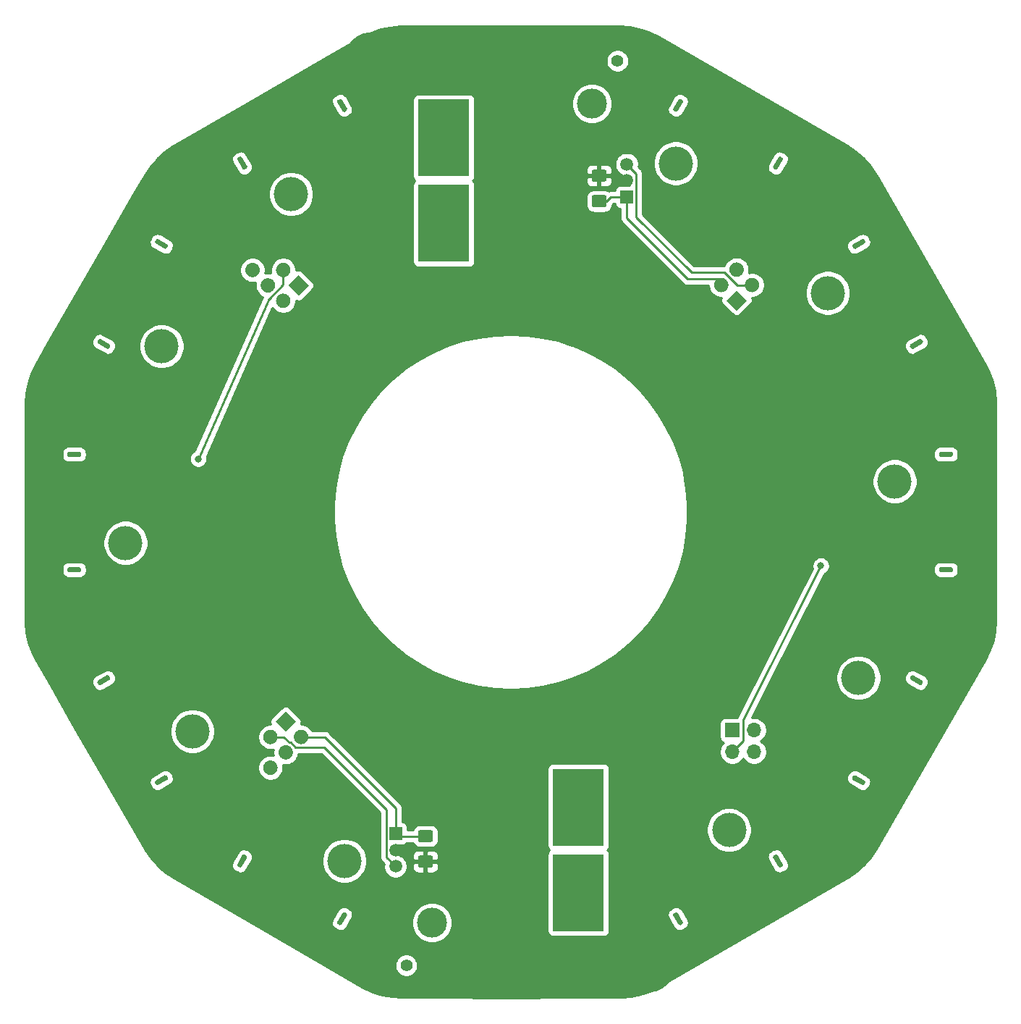
<source format=gbl>
%TF.GenerationSoftware,KiCad,Pcbnew,(5.1.12)-1*%
%TF.CreationDate,2021-12-14T20:27:31-05:00*%
%TF.ProjectId,PDB,5044422e-6b69-4636-9164-5f7063625858,rev?*%
%TF.SameCoordinates,Original*%
%TF.FileFunction,Copper,L2,Bot*%
%TF.FilePolarity,Positive*%
%FSLAX46Y46*%
G04 Gerber Fmt 4.6, Leading zero omitted, Abs format (unit mm)*
G04 Created by KiCad (PCBNEW (5.1.12)-1) date 2021-12-14 20:27:31*
%MOMM*%
%LPD*%
G01*
G04 APERTURE LIST*
%TA.AperFunction,ComponentPad*%
%ADD10C,1.400000*%
%TD*%
%TA.AperFunction,ComponentPad*%
%ADD11R,3.500000X3.500000*%
%TD*%
%TA.AperFunction,ComponentPad*%
%ADD12C,3.500000*%
%TD*%
%TA.AperFunction,ComponentPad*%
%ADD13C,0.100000*%
%TD*%
%TA.AperFunction,ComponentPad*%
%ADD14R,1.700000X1.700000*%
%TD*%
%TA.AperFunction,ComponentPad*%
%ADD15O,1.700000X1.700000*%
%TD*%
%TA.AperFunction,SMDPad,CuDef*%
%ADD16C,7.000000*%
%TD*%
%TA.AperFunction,ComponentPad*%
%ADD17C,5.000000*%
%TD*%
%TA.AperFunction,SMDPad,CuDef*%
%ADD18R,8.000000X14.000000*%
%TD*%
%TA.AperFunction,ComponentPad*%
%ADD19C,4.000000*%
%TD*%
%TA.AperFunction,ComponentPad*%
%ADD20C,6.400000*%
%TD*%
%TA.AperFunction,ComponentPad*%
%ADD21R,6.000000X9.000000*%
%TD*%
%TA.AperFunction,ComponentPad*%
%ADD22C,0.500000*%
%TD*%
%TA.AperFunction,ComponentPad*%
%ADD23R,1.500000X1.500000*%
%TD*%
%TA.AperFunction,ComponentPad*%
%ADD24C,1.500000*%
%TD*%
%TA.AperFunction,ViaPad*%
%ADD25C,0.800000*%
%TD*%
%TA.AperFunction,Conductor*%
%ADD26C,0.250000*%
%TD*%
%TA.AperFunction,Conductor*%
%ADD27C,0.254000*%
%TD*%
%TA.AperFunction,Conductor*%
%ADD28C,0.100000*%
%TD*%
G04 APERTURE END LIST*
D10*
%TO.P,J20,*%
%TO.N,*%
X218646000Y-173080434D03*
X207646000Y-173080434D03*
D11*
%TO.P,J20,1*%
%TO.N,GND*%
X215646000Y-168080434D03*
D12*
%TO.P,J20,2*%
%TO.N,/V+_BATT*%
X210646000Y-168080434D03*
%TD*%
%TA.AperFunction,ComponentPad*%
D13*
%TO.P,J5,1*%
%TO.N,/V+_BATT*%
G36*
X192337918Y-144574434D02*
G01*
X193540000Y-143372352D01*
X194742082Y-144574434D01*
X193540000Y-145776516D01*
X192337918Y-144574434D01*
G37*
%TD.AperFunction*%
%TO.P,J5,2*%
%TO.N,+5VA*%
%TA.AperFunction,ComponentPad*%
G36*
G01*
X194735010Y-145769444D02*
X194735010Y-145769444D01*
G75*
G02*
X195937092Y-145769444I601041J-601041D01*
G01*
X195937092Y-145769444D01*
G75*
G02*
X195937092Y-146971526I-601041J-601041D01*
G01*
X195937092Y-146971526D01*
G75*
G02*
X194735010Y-146971526I-601041J601041D01*
G01*
X194735010Y-146971526D01*
G75*
G02*
X194735010Y-145769444I601041J601041D01*
G01*
G37*
%TD.AperFunction*%
%TO.P,J5,3*%
%TO.N,/V1_current*%
%TA.AperFunction,ComponentPad*%
G36*
G01*
X191142908Y-145769444D02*
X191142908Y-145769444D01*
G75*
G02*
X192344990Y-145769444I601041J-601041D01*
G01*
X192344990Y-145769444D01*
G75*
G02*
X192344990Y-146971526I-601041J-601041D01*
G01*
X192344990Y-146971526D01*
G75*
G02*
X191142908Y-146971526I-601041J601041D01*
G01*
X191142908Y-146971526D01*
G75*
G02*
X191142908Y-145769444I601041J601041D01*
G01*
G37*
%TD.AperFunction*%
%TO.P,J5,4*%
%TO.N,/Vg_2*%
%TA.AperFunction,ComponentPad*%
G36*
G01*
X192938959Y-147565495D02*
X192938959Y-147565495D01*
G75*
G02*
X194141041Y-147565495I601041J-601041D01*
G01*
X194141041Y-147565495D01*
G75*
G02*
X194141041Y-148767577I-601041J-601041D01*
G01*
X194141041Y-148767577D01*
G75*
G02*
X192938959Y-148767577I-601041J601041D01*
G01*
X192938959Y-148767577D01*
G75*
G02*
X192938959Y-147565495I601041J601041D01*
G01*
G37*
%TD.AperFunction*%
%TO.P,J5,5*%
%TO.N,GND*%
%TA.AperFunction,ComponentPad*%
G36*
G01*
X189346857Y-147565495D02*
X189346857Y-147565495D01*
G75*
G02*
X190548939Y-147565495I601041J-601041D01*
G01*
X190548939Y-147565495D01*
G75*
G02*
X190548939Y-148767577I-601041J-601041D01*
G01*
X190548939Y-148767577D01*
G75*
G02*
X189346857Y-148767577I-601041J601041D01*
G01*
X189346857Y-148767577D01*
G75*
G02*
X189346857Y-147565495I601041J601041D01*
G01*
G37*
%TD.AperFunction*%
%TO.P,J5,6*%
%TO.N,/V+_ESC*%
%TA.AperFunction,ComponentPad*%
G36*
G01*
X191142908Y-149361547D02*
X191142908Y-149361547D01*
G75*
G02*
X192344990Y-149361547I601041J-601041D01*
G01*
X192344990Y-149361547D01*
G75*
G02*
X192344990Y-150563629I-601041J-601041D01*
G01*
X192344990Y-150563629D01*
G75*
G02*
X191142908Y-150563629I-601041J601041D01*
G01*
X191142908Y-150563629D01*
G75*
G02*
X191142908Y-149361547I601041J601041D01*
G01*
G37*
%TD.AperFunction*%
%TD*%
D14*
%TO.P,J4,1*%
%TO.N,/V+_BATT*%
X245790000Y-145574434D03*
D15*
%TO.P,J4,2*%
X248330000Y-145574434D03*
%TO.P,J4,3*%
%TO.N,temp_reading_A*%
X245790000Y-148114434D03*
%TO.P,J4,4*%
%TO.N,/Vg_2*%
X248330000Y-148114434D03*
%TO.P,J4,5*%
%TO.N,GND*%
X245790000Y-150654434D03*
%TO.P,J4,6*%
X248330000Y-150654434D03*
%TD*%
%TA.AperFunction,ComponentPad*%
D13*
%TO.P,J3,1*%
%TO.N,/V+_BATT*%
G36*
X247492082Y-95324434D02*
G01*
X246290000Y-96526516D01*
X245087918Y-95324434D01*
X246290000Y-94122352D01*
X247492082Y-95324434D01*
G37*
%TD.AperFunction*%
%TO.P,J3,2*%
%TO.N,+5VA*%
%TA.AperFunction,ComponentPad*%
G36*
G01*
X245094990Y-94129424D02*
X245094990Y-94129424D01*
G75*
G02*
X243892908Y-94129424I-601041J601041D01*
G01*
X243892908Y-94129424D01*
G75*
G02*
X243892908Y-92927342I601041J601041D01*
G01*
X243892908Y-92927342D01*
G75*
G02*
X245094990Y-92927342I601041J-601041D01*
G01*
X245094990Y-92927342D01*
G75*
G02*
X245094990Y-94129424I-601041J-601041D01*
G01*
G37*
%TD.AperFunction*%
%TO.P,J3,3*%
%TO.N,/V2_current*%
%TA.AperFunction,ComponentPad*%
G36*
G01*
X248687092Y-94129424D02*
X248687092Y-94129424D01*
G75*
G02*
X247485010Y-94129424I-601041J601041D01*
G01*
X247485010Y-94129424D01*
G75*
G02*
X247485010Y-92927342I601041J601041D01*
G01*
X247485010Y-92927342D01*
G75*
G02*
X248687092Y-92927342I601041J-601041D01*
G01*
X248687092Y-92927342D01*
G75*
G02*
X248687092Y-94129424I-601041J-601041D01*
G01*
G37*
%TD.AperFunction*%
%TO.P,J3,4*%
%TO.N,/Vg_1*%
%TA.AperFunction,ComponentPad*%
G36*
G01*
X246891041Y-92333373D02*
X246891041Y-92333373D01*
G75*
G02*
X245688959Y-92333373I-601041J601041D01*
G01*
X245688959Y-92333373D01*
G75*
G02*
X245688959Y-91131291I601041J601041D01*
G01*
X245688959Y-91131291D01*
G75*
G02*
X246891041Y-91131291I601041J-601041D01*
G01*
X246891041Y-91131291D01*
G75*
G02*
X246891041Y-92333373I-601041J-601041D01*
G01*
G37*
%TD.AperFunction*%
%TO.P,J3,5*%
%TO.N,GND*%
%TA.AperFunction,ComponentPad*%
G36*
G01*
X250483143Y-92333373D02*
X250483143Y-92333373D01*
G75*
G02*
X249281061Y-92333373I-601041J601041D01*
G01*
X249281061Y-92333373D01*
G75*
G02*
X249281061Y-91131291I601041J601041D01*
G01*
X249281061Y-91131291D01*
G75*
G02*
X250483143Y-91131291I601041J-601041D01*
G01*
X250483143Y-91131291D01*
G75*
G02*
X250483143Y-92333373I-601041J-601041D01*
G01*
G37*
%TD.AperFunction*%
%TO.P,J3,6*%
%TA.AperFunction,ComponentPad*%
G36*
G01*
X248687092Y-90537321D02*
X248687092Y-90537321D01*
G75*
G02*
X247485010Y-90537321I-601041J601041D01*
G01*
X247485010Y-90537321D01*
G75*
G02*
X247485010Y-89335239I601041J601041D01*
G01*
X247485010Y-89335239D01*
G75*
G02*
X248687092Y-89335239I601041J-601041D01*
G01*
X248687092Y-89335239D01*
G75*
G02*
X248687092Y-90537321I-601041J-601041D01*
G01*
G37*
%TD.AperFunction*%
%TD*%
%TA.AperFunction,ComponentPad*%
%TO.P,J6,1*%
%TO.N,/V+_BATT*%
G36*
X195040000Y-92372352D02*
G01*
X196242082Y-93574434D01*
X195040000Y-94776516D01*
X193837918Y-93574434D01*
X195040000Y-92372352D01*
G37*
%TD.AperFunction*%
%TO.P,J6,2*%
%TA.AperFunction,ComponentPad*%
G36*
G01*
X193844990Y-94769444D02*
X193844990Y-94769444D01*
G75*
G02*
X193844990Y-95971526I-601041J-601041D01*
G01*
X193844990Y-95971526D01*
G75*
G02*
X192642908Y-95971526I-601041J601041D01*
G01*
X192642908Y-95971526D01*
G75*
G02*
X192642908Y-94769444I601041J601041D01*
G01*
X192642908Y-94769444D01*
G75*
G02*
X193844990Y-94769444I601041J-601041D01*
G01*
G37*
%TD.AperFunction*%
%TO.P,J6,3*%
%TO.N,temp_reading_B*%
%TA.AperFunction,ComponentPad*%
G36*
G01*
X193844990Y-91177342D02*
X193844990Y-91177342D01*
G75*
G02*
X193844990Y-92379424I-601041J-601041D01*
G01*
X193844990Y-92379424D01*
G75*
G02*
X192642908Y-92379424I-601041J601041D01*
G01*
X192642908Y-92379424D01*
G75*
G02*
X192642908Y-91177342I601041J601041D01*
G01*
X192642908Y-91177342D01*
G75*
G02*
X193844990Y-91177342I601041J-601041D01*
G01*
G37*
%TD.AperFunction*%
%TO.P,J6,4*%
%TO.N,/Vg_1*%
%TA.AperFunction,ComponentPad*%
G36*
G01*
X192048939Y-92973393D02*
X192048939Y-92973393D01*
G75*
G02*
X192048939Y-94175475I-601041J-601041D01*
G01*
X192048939Y-94175475D01*
G75*
G02*
X190846857Y-94175475I-601041J601041D01*
G01*
X190846857Y-94175475D01*
G75*
G02*
X190846857Y-92973393I601041J601041D01*
G01*
X190846857Y-92973393D01*
G75*
G02*
X192048939Y-92973393I601041J-601041D01*
G01*
G37*
%TD.AperFunction*%
%TO.P,J6,5*%
%TO.N,GND*%
%TA.AperFunction,ComponentPad*%
G36*
G01*
X192048939Y-89381291D02*
X192048939Y-89381291D01*
G75*
G02*
X192048939Y-90583373I-601041J-601041D01*
G01*
X192048939Y-90583373D01*
G75*
G02*
X190846857Y-90583373I-601041J601041D01*
G01*
X190846857Y-90583373D01*
G75*
G02*
X190846857Y-89381291I601041J601041D01*
G01*
X190846857Y-89381291D01*
G75*
G02*
X192048939Y-89381291I601041J-601041D01*
G01*
G37*
%TD.AperFunction*%
%TO.P,J6,6*%
%TO.N,/V+_ESC*%
%TA.AperFunction,ComponentPad*%
G36*
G01*
X190252887Y-91177342D02*
X190252887Y-91177342D01*
G75*
G02*
X190252887Y-92379424I-601041J-601041D01*
G01*
X190252887Y-92379424D01*
G75*
G02*
X189050805Y-92379424I-601041J601041D01*
G01*
X189050805Y-92379424D01*
G75*
G02*
X189050805Y-91177342I601041J601041D01*
G01*
X189050805Y-91177342D01*
G75*
G02*
X190252887Y-91177342I601041J-601041D01*
G01*
G37*
%TD.AperFunction*%
%TD*%
D16*
%TO.P,J24,1*%
%TO.N,GND*%
X203915000Y-67369434D03*
D17*
X203915000Y-67369434D03*
%TD*%
D16*
%TO.P,J23,1*%
%TO.N,GND*%
X235665000Y-172779434D03*
D17*
X235665000Y-172779434D03*
%TD*%
D18*
%TO.P,J1,1*%
%TO.N,GND*%
X220425000Y-70074434D03*
%TD*%
%TO.P,J2,1*%
%TO.N,GND*%
X219409000Y-170074434D03*
%TD*%
D10*
%TO.P,J19,*%
%TO.N,*%
X221362000Y-67322434D03*
X232362000Y-67322434D03*
D11*
%TO.P,J19,1*%
%TO.N,GND*%
X224362000Y-72322434D03*
D12*
%TO.P,J19,2*%
%TO.N,/V+_BATT*%
X229362000Y-72322434D03*
%TD*%
%TO.P,C2,1*%
%TO.N,+5VA*%
%TA.AperFunction,SMDPad,CuDef*%
G36*
G01*
X209259000Y-157244434D02*
X210509000Y-157244434D01*
G75*
G02*
X210759000Y-157494434I0J-250000D01*
G01*
X210759000Y-158419434D01*
G75*
G02*
X210509000Y-158669434I-250000J0D01*
G01*
X209259000Y-158669434D01*
G75*
G02*
X209009000Y-158419434I0J250000D01*
G01*
X209009000Y-157494434D01*
G75*
G02*
X209259000Y-157244434I250000J0D01*
G01*
G37*
%TD.AperFunction*%
%TO.P,C2,2*%
%TO.N,GND*%
%TA.AperFunction,SMDPad,CuDef*%
G36*
G01*
X209259000Y-160219434D02*
X210509000Y-160219434D01*
G75*
G02*
X210759000Y-160469434I0J-250000D01*
G01*
X210759000Y-161394434D01*
G75*
G02*
X210509000Y-161644434I-250000J0D01*
G01*
X209259000Y-161644434D01*
G75*
G02*
X209009000Y-161394434I0J250000D01*
G01*
X209009000Y-160469434D01*
G75*
G02*
X209259000Y-160219434I250000J0D01*
G01*
G37*
%TD.AperFunction*%
%TD*%
%TO.P,C1,2*%
%TO.N,GND*%
%TA.AperFunction,SMDPad,CuDef*%
G36*
G01*
X230829000Y-81453434D02*
X229579000Y-81453434D01*
G75*
G02*
X229329000Y-81203434I0J250000D01*
G01*
X229329000Y-80278434D01*
G75*
G02*
X229579000Y-80028434I250000J0D01*
G01*
X230829000Y-80028434D01*
G75*
G02*
X231079000Y-80278434I0J-250000D01*
G01*
X231079000Y-81203434D01*
G75*
G02*
X230829000Y-81453434I-250000J0D01*
G01*
G37*
%TD.AperFunction*%
%TO.P,C1,1*%
%TO.N,+5VA*%
%TA.AperFunction,SMDPad,CuDef*%
G36*
G01*
X230829000Y-84428434D02*
X229579000Y-84428434D01*
G75*
G02*
X229329000Y-84178434I0J250000D01*
G01*
X229329000Y-83253434D01*
G75*
G02*
X229579000Y-83003434I250000J0D01*
G01*
X230829000Y-83003434D01*
G75*
G02*
X231079000Y-83253434I0J-250000D01*
G01*
X231079000Y-84178434D01*
G75*
G02*
X230829000Y-84428434I-250000J0D01*
G01*
G37*
%TD.AperFunction*%
%TD*%
D19*
%TO.P,J11,1*%
%TO.N,/V+_ESC*%
X264790000Y-116474434D03*
%TO.P,J11,2*%
%TO.N,GND*%
X264790000Y-123674434D03*
%TO.P,J11,*%
%TO.N,*%
%TA.AperFunction,WasherPad*%
G36*
G01*
X271440000Y-113624434D02*
X270140000Y-113624434D01*
G75*
G02*
X269990000Y-113474434I0J150000D01*
G01*
X269990000Y-113174434D01*
G75*
G02*
X270140000Y-113024434I150000J0D01*
G01*
X271440000Y-113024434D01*
G75*
G02*
X271590000Y-113174434I0J-150000D01*
G01*
X271590000Y-113474434D01*
G75*
G02*
X271440000Y-113624434I-150000J0D01*
G01*
G37*
%TD.AperFunction*%
%TA.AperFunction,WasherPad*%
G36*
G01*
X271440000Y-127124434D02*
X270140000Y-127124434D01*
G75*
G02*
X269990000Y-126974434I0J150000D01*
G01*
X269990000Y-126674434D01*
G75*
G02*
X270140000Y-126524434I150000J0D01*
G01*
X271440000Y-126524434D01*
G75*
G02*
X271590000Y-126674434I0J-150000D01*
G01*
X271590000Y-126974434D01*
G75*
G02*
X271440000Y-127124434I-150000J0D01*
G01*
G37*
%TD.AperFunction*%
%TD*%
%TO.P,J12,1*%
%TO.N,/V+_ESC*%
X260560926Y-139456685D03*
%TO.P,J12,2*%
%TO.N,GND*%
X256960926Y-145692067D03*
%TO.P,J12,*%
%TO.N,*%
%TA.AperFunction,WasherPad*%
G36*
G01*
X267744995Y-140313513D02*
X266619161Y-139663513D01*
G75*
G02*
X266564257Y-139458609I75000J129904D01*
G01*
X266714257Y-139198801D01*
G75*
G02*
X266919161Y-139143897I129904J-75000D01*
G01*
X268044995Y-139793897D01*
G75*
G02*
X268099899Y-139998801I-75000J-129904D01*
G01*
X267949899Y-140258609D01*
G75*
G02*
X267744995Y-140313513I-129904J75000D01*
G01*
G37*
%TD.AperFunction*%
%TA.AperFunction,WasherPad*%
G36*
G01*
X260994995Y-152004855D02*
X259869161Y-151354855D01*
G75*
G02*
X259814257Y-151149951I75000J129904D01*
G01*
X259964257Y-150890143D01*
G75*
G02*
X260169161Y-150835239I129904J-75000D01*
G01*
X261294995Y-151485239D01*
G75*
G02*
X261349899Y-151690143I-75000J-129904D01*
G01*
X261199899Y-151949951D01*
G75*
G02*
X260994995Y-152004855I-129904J75000D01*
G01*
G37*
%TD.AperFunction*%
%TD*%
%TO.P,J13,1*%
%TO.N,/V+_ESC*%
X245407315Y-157245360D03*
%TO.P,J13,2*%
%TO.N,GND*%
X239171933Y-160845360D03*
%TO.P,J13,*%
%TO.N,*%
%TA.AperFunction,WasherPad*%
G36*
G01*
X251200487Y-161579429D02*
X250550487Y-160453595D01*
G75*
G02*
X250605391Y-160248691I129904J75000D01*
G01*
X250865199Y-160098691D01*
G75*
G02*
X251070103Y-160153595I75000J-129904D01*
G01*
X251720103Y-161279429D01*
G75*
G02*
X251665199Y-161484333I-129904J-75000D01*
G01*
X251405391Y-161634333D01*
G75*
G02*
X251200487Y-161579429I-75000J129904D01*
G01*
G37*
%TD.AperFunction*%
%TA.AperFunction,WasherPad*%
G36*
G01*
X239509145Y-168329429D02*
X238859145Y-167203595D01*
G75*
G02*
X238914049Y-166998691I129904J75000D01*
G01*
X239173857Y-166848691D01*
G75*
G02*
X239378761Y-166903595I75000J-129904D01*
G01*
X240028761Y-168029429D01*
G75*
G02*
X239973857Y-168234333I-129904J-75000D01*
G01*
X239714049Y-168384333D01*
G75*
G02*
X239509145Y-168329429I-75000J129904D01*
G01*
G37*
%TD.AperFunction*%
%TD*%
%TO.P,J14,1*%
%TO.N,/V+_ESC*%
X200407315Y-160844926D03*
%TO.P,J14,2*%
%TO.N,GND*%
X194171933Y-157244926D03*
%TO.P,J14,*%
%TO.N,*%
%TA.AperFunction,WasherPad*%
G36*
G01*
X199550487Y-168028995D02*
X200200487Y-166903161D01*
G75*
G02*
X200405391Y-166848257I129904J-75000D01*
G01*
X200665199Y-166998257D01*
G75*
G02*
X200720103Y-167203161I-75000J-129904D01*
G01*
X200070103Y-168328995D01*
G75*
G02*
X199865199Y-168383899I-129904J75000D01*
G01*
X199605391Y-168233899D01*
G75*
G02*
X199550487Y-168028995I75000J129904D01*
G01*
G37*
%TD.AperFunction*%
%TA.AperFunction,WasherPad*%
G36*
G01*
X187859145Y-161278995D02*
X188509145Y-160153161D01*
G75*
G02*
X188714049Y-160098257I129904J-75000D01*
G01*
X188973857Y-160248257D01*
G75*
G02*
X189028761Y-160453161I-75000J-129904D01*
G01*
X188378761Y-161578995D01*
G75*
G02*
X188173857Y-161633899I-129904J75000D01*
G01*
X187914049Y-161483899D01*
G75*
G02*
X187859145Y-161278995I75000J129904D01*
G01*
G37*
%TD.AperFunction*%
%TD*%
%TO.P,J15,1*%
%TO.N,/V+_ESC*%
X182618640Y-145691315D03*
%TO.P,J15,2*%
%TO.N,GND*%
X179018640Y-139455933D03*
%TO.P,J15,*%
%TO.N,*%
%TA.AperFunction,WasherPad*%
G36*
G01*
X178284571Y-151484487D02*
X179410405Y-150834487D01*
G75*
G02*
X179615309Y-150889391I75000J-129904D01*
G01*
X179765309Y-151149199D01*
G75*
G02*
X179710405Y-151354103I-129904J-75000D01*
G01*
X178584571Y-152004103D01*
G75*
G02*
X178379667Y-151949199I-75000J129904D01*
G01*
X178229667Y-151689391D01*
G75*
G02*
X178284571Y-151484487I129904J75000D01*
G01*
G37*
%TD.AperFunction*%
%TA.AperFunction,WasherPad*%
G36*
G01*
X171534571Y-139793145D02*
X172660405Y-139143145D01*
G75*
G02*
X172865309Y-139198049I75000J-129904D01*
G01*
X173015309Y-139457857D01*
G75*
G02*
X172960405Y-139662761I-129904J-75000D01*
G01*
X171834571Y-140312761D01*
G75*
G02*
X171629667Y-140257857I-75000J129904D01*
G01*
X171479667Y-139998049D01*
G75*
G02*
X171534571Y-139793145I129904J75000D01*
G01*
G37*
%TD.AperFunction*%
%TD*%
%TO.P,J16,1*%
%TO.N,/V+_ESC*%
X174790000Y-123673566D03*
%TO.P,J16,2*%
%TO.N,GND*%
X174790000Y-116473566D03*
%TO.P,J16,*%
%TO.N,*%
%TA.AperFunction,WasherPad*%
G36*
G01*
X168140000Y-126523566D02*
X169440000Y-126523566D01*
G75*
G02*
X169590000Y-126673566I0J-150000D01*
G01*
X169590000Y-126973566D01*
G75*
G02*
X169440000Y-127123566I-150000J0D01*
G01*
X168140000Y-127123566D01*
G75*
G02*
X167990000Y-126973566I0J150000D01*
G01*
X167990000Y-126673566D01*
G75*
G02*
X168140000Y-126523566I150000J0D01*
G01*
G37*
%TD.AperFunction*%
%TA.AperFunction,WasherPad*%
G36*
G01*
X168140000Y-113023566D02*
X169440000Y-113023566D01*
G75*
G02*
X169590000Y-113173566I0J-150000D01*
G01*
X169590000Y-113473566D01*
G75*
G02*
X169440000Y-113623566I-150000J0D01*
G01*
X168140000Y-113623566D01*
G75*
G02*
X167990000Y-113473566I0J150000D01*
G01*
X167990000Y-113173566D01*
G75*
G02*
X168140000Y-113023566I150000J0D01*
G01*
G37*
%TD.AperFunction*%
%TD*%
%TO.P,J17,1*%
%TO.N,/V+_ESC*%
X179019074Y-100691315D03*
%TO.P,J17,2*%
%TO.N,GND*%
X182619074Y-94455933D03*
%TO.P,J17,*%
%TO.N,*%
%TA.AperFunction,WasherPad*%
G36*
G01*
X171835005Y-99834487D02*
X172960839Y-100484487D01*
G75*
G02*
X173015743Y-100689391I-75000J-129904D01*
G01*
X172865743Y-100949199D01*
G75*
G02*
X172660839Y-101004103I-129904J75000D01*
G01*
X171535005Y-100354103D01*
G75*
G02*
X171480101Y-100149199I75000J129904D01*
G01*
X171630101Y-99889391D01*
G75*
G02*
X171835005Y-99834487I129904J-75000D01*
G01*
G37*
%TD.AperFunction*%
%TA.AperFunction,WasherPad*%
G36*
G01*
X178585005Y-88143145D02*
X179710839Y-88793145D01*
G75*
G02*
X179765743Y-88998049I-75000J-129904D01*
G01*
X179615743Y-89257857D01*
G75*
G02*
X179410839Y-89312761I-129904J75000D01*
G01*
X178285005Y-88662761D01*
G75*
G02*
X178230101Y-88457857I75000J129904D01*
G01*
X178380101Y-88198049D01*
G75*
G02*
X178585005Y-88143145I129904J-75000D01*
G01*
G37*
%TD.AperFunction*%
%TD*%
%TO.P,J18,1*%
%TO.N,/V+_ESC*%
X194172685Y-82902640D03*
%TO.P,J18,2*%
%TO.N,GND*%
X200408067Y-79302640D03*
%TO.P,J18,*%
%TO.N,*%
%TA.AperFunction,WasherPad*%
G36*
G01*
X188379513Y-78568571D02*
X189029513Y-79694405D01*
G75*
G02*
X188974609Y-79899309I-129904J-75000D01*
G01*
X188714801Y-80049309D01*
G75*
G02*
X188509897Y-79994405I-75000J129904D01*
G01*
X187859897Y-78868571D01*
G75*
G02*
X187914801Y-78663667I129904J75000D01*
G01*
X188174609Y-78513667D01*
G75*
G02*
X188379513Y-78568571I75000J-129904D01*
G01*
G37*
%TD.AperFunction*%
%TA.AperFunction,WasherPad*%
G36*
G01*
X200070855Y-71818571D02*
X200720855Y-72944405D01*
G75*
G02*
X200665951Y-73149309I-129904J-75000D01*
G01*
X200406143Y-73299309D01*
G75*
G02*
X200201239Y-73244405I-75000J129904D01*
G01*
X199551239Y-72118571D01*
G75*
G02*
X199606143Y-71913667I129904J75000D01*
G01*
X199865951Y-71763667D01*
G75*
G02*
X200070855Y-71818571I75000J-129904D01*
G01*
G37*
%TD.AperFunction*%
%TD*%
%TO.P,J9,1*%
%TO.N,/V+_ESC*%
X239172685Y-79303074D03*
%TO.P,J9,2*%
%TO.N,GND*%
X245408067Y-82903074D03*
%TO.P,J9,*%
%TO.N,*%
%TA.AperFunction,WasherPad*%
G36*
G01*
X240029513Y-72119005D02*
X239379513Y-73244839D01*
G75*
G02*
X239174609Y-73299743I-129904J75000D01*
G01*
X238914801Y-73149743D01*
G75*
G02*
X238859897Y-72944839I75000J129904D01*
G01*
X239509897Y-71819005D01*
G75*
G02*
X239714801Y-71764101I129904J-75000D01*
G01*
X239974609Y-71914101D01*
G75*
G02*
X240029513Y-72119005I-75000J-129904D01*
G01*
G37*
%TD.AperFunction*%
%TA.AperFunction,WasherPad*%
G36*
G01*
X251720855Y-78869005D02*
X251070855Y-79994839D01*
G75*
G02*
X250865951Y-80049743I-129904J75000D01*
G01*
X250606143Y-79899743D01*
G75*
G02*
X250551239Y-79694839I75000J129904D01*
G01*
X251201239Y-78569005D01*
G75*
G02*
X251406143Y-78514101I129904J-75000D01*
G01*
X251665951Y-78664101D01*
G75*
G02*
X251720855Y-78869005I-75000J-129904D01*
G01*
G37*
%TD.AperFunction*%
%TD*%
%TO.P,J10,1*%
%TO.N,/V+_ESC*%
X256961360Y-94456685D03*
%TO.P,J10,2*%
%TO.N,GND*%
X260561360Y-100692067D03*
%TO.P,J10,*%
%TO.N,*%
%TA.AperFunction,WasherPad*%
G36*
G01*
X261295429Y-88663513D02*
X260169595Y-89313513D01*
G75*
G02*
X259964691Y-89258609I-75000J129904D01*
G01*
X259814691Y-88998801D01*
G75*
G02*
X259869595Y-88793897I129904J75000D01*
G01*
X260995429Y-88143897D01*
G75*
G02*
X261200333Y-88198801I75000J-129904D01*
G01*
X261350333Y-88458609D01*
G75*
G02*
X261295429Y-88663513I-129904J-75000D01*
G01*
G37*
%TD.AperFunction*%
%TA.AperFunction,WasherPad*%
G36*
G01*
X268045429Y-100354855D02*
X266919595Y-101004855D01*
G75*
G02*
X266714691Y-100949951I-75000J129904D01*
G01*
X266564691Y-100690143D01*
G75*
G02*
X266619595Y-100485239I129904J75000D01*
G01*
X267745429Y-99835239D01*
G75*
G02*
X267950333Y-99890143I75000J-129904D01*
G01*
X268100333Y-100149951D01*
G75*
G02*
X268045429Y-100354855I-129904J-75000D01*
G01*
G37*
%TD.AperFunction*%
%TD*%
D20*
%TO.P,M1,1*%
%TO.N,GND*%
X258790000Y-81074434D03*
%TD*%
%TO.P,M4,1*%
%TO.N,GND*%
X180790000Y-81074434D03*
%TD*%
%TO.P,M2,1*%
%TO.N,GND*%
X258790000Y-159074434D03*
%TD*%
%TO.P,M3,1*%
%TO.N,GND*%
X180790000Y-159074434D03*
%TD*%
D21*
%TO.P,U2,4*%
%TO.N,/Batt_RAW*%
X212040000Y-76324434D03*
%TO.P,U2,5*%
%TO.N,/V+_BATT*%
X212040000Y-86324434D03*
D22*
X210040000Y-86324434D03*
X210040000Y-85024434D03*
X210040000Y-83724434D03*
X210040000Y-87624434D03*
X210040000Y-88924434D03*
X212040000Y-82574434D03*
X212040000Y-90074434D03*
X214040000Y-88924434D03*
X214040000Y-87624434D03*
X214040000Y-86324434D03*
X214040000Y-85024434D03*
X214040000Y-83724434D03*
%TO.P,U2,4*%
%TO.N,/Batt_RAW*%
X212040000Y-80074434D03*
X212040000Y-72574434D03*
X210040000Y-78924434D03*
X210040000Y-77624434D03*
X210040000Y-76324434D03*
X210040000Y-75024434D03*
X210040000Y-73724434D03*
X214040000Y-78924434D03*
X214040000Y-77624434D03*
X214040000Y-76324434D03*
X214040000Y-75024434D03*
X214040000Y-73724434D03*
D23*
%TO.P,U2,1*%
%TO.N,+5VA*%
X233440000Y-83234434D03*
D24*
%TO.P,U2,2*%
%TO.N,GND*%
X233440000Y-81324434D03*
%TO.P,U2,3*%
%TO.N,/V2_current*%
X233440000Y-79414434D03*
%TD*%
D21*
%TO.P,U1,4*%
%TO.N,/Batt_RAW*%
X227790000Y-164574434D03*
%TO.P,U1,5*%
%TO.N,/V+_BATT*%
X227790000Y-154574434D03*
D22*
X229790000Y-154574434D03*
X229790000Y-155874434D03*
X229790000Y-157174434D03*
X229790000Y-153274434D03*
X229790000Y-151974434D03*
X227790000Y-158324434D03*
X227790000Y-150824434D03*
X225790000Y-151974434D03*
X225790000Y-153274434D03*
X225790000Y-154574434D03*
X225790000Y-155874434D03*
X225790000Y-157174434D03*
%TO.P,U1,4*%
%TO.N,/Batt_RAW*%
X227790000Y-160824434D03*
X227790000Y-168324434D03*
X229790000Y-161974434D03*
X229790000Y-163274434D03*
X229790000Y-164574434D03*
X229790000Y-165874434D03*
X229790000Y-167174434D03*
X225790000Y-161974434D03*
X225790000Y-163274434D03*
X225790000Y-164574434D03*
X225790000Y-165874434D03*
X225790000Y-167174434D03*
D23*
%TO.P,U1,1*%
%TO.N,+5VA*%
X206390000Y-157664434D03*
D24*
%TO.P,U1,2*%
%TO.N,GND*%
X206390000Y-159574434D03*
%TO.P,U1,3*%
%TO.N,/V1_current*%
X206390000Y-161484434D03*
%TD*%
D25*
%TO.N,temp_reading_A*%
X256150100Y-126348234D03*
%TO.N,temp_reading_B*%
X183302900Y-113851434D03*
%TD*%
D26*
%TO.N,+5VA*%
X198086051Y-146370485D02*
X195336051Y-146370485D01*
X206390000Y-157664434D02*
X206390000Y-154674434D01*
X206390000Y-154674434D02*
X198086051Y-146370485D01*
X244040000Y-92824434D02*
X244493949Y-93528383D01*
X233440000Y-83234434D02*
X233440000Y-85724434D01*
X240540000Y-92824434D02*
X244040000Y-92824434D01*
X233440000Y-85724434D02*
X240540000Y-92824434D01*
X230204000Y-83715934D02*
X231079000Y-83715934D01*
X209884000Y-157956934D02*
X206618500Y-157956934D01*
X206618500Y-157956934D02*
X206328000Y-157666434D01*
X231079000Y-83715934D02*
X231550500Y-83244434D01*
X231550500Y-83244434D02*
X233506000Y-83244434D01*
%TO.N,/V1_current*%
X193336051Y-146370485D02*
X191743949Y-146370485D01*
X194104001Y-146991535D02*
X193957101Y-146991535D01*
X205290000Y-158739435D02*
X205290000Y-158699434D01*
X205314999Y-158764434D02*
X205290000Y-158739435D01*
X205290000Y-158699434D02*
X205314999Y-158674435D01*
X206390000Y-161484434D02*
X205314999Y-160409433D01*
X205314999Y-158674435D02*
X205314999Y-154849433D01*
X205314999Y-154849433D02*
X198040000Y-147574434D01*
X194686900Y-147574434D02*
X194104001Y-146991535D01*
X193957101Y-146991535D02*
X193336051Y-146370485D01*
X205314999Y-160409433D02*
X205314999Y-158764434D01*
X198040000Y-147574434D02*
X194686900Y-147574434D01*
%TO.N,/V2_current*%
X246883970Y-93528383D02*
X248086051Y-93528383D01*
X234540000Y-80514434D02*
X234540000Y-85574434D01*
X233440000Y-79414434D02*
X234540000Y-80514434D01*
X234540000Y-85574434D02*
X241021799Y-92056233D01*
X246347049Y-93528383D02*
X246883970Y-93528383D01*
X241021799Y-92056233D02*
X244874899Y-92056233D01*
X244874899Y-92056233D02*
X246347049Y-93528383D01*
%TO.N,temp_reading_A*%
X247069600Y-144382234D02*
X247082300Y-146822134D01*
X247082300Y-146822134D02*
X245790000Y-148114434D01*
X256150100Y-126348234D02*
X247069600Y-144382234D01*
%TO.N,temp_reading_B*%
X193243949Y-93517385D02*
X193243949Y-91778383D01*
X191608700Y-95152634D02*
X193243949Y-93517385D01*
X191608700Y-95118934D02*
X191608700Y-95152634D01*
X183302900Y-113851434D02*
X191608700Y-95118934D01*
%TD*%
D27*
%TO.N,GND*%
X233731033Y-63356347D02*
X234873744Y-63574330D01*
X235980139Y-63933819D01*
X237050201Y-64437352D01*
X237205898Y-64525084D01*
X259227319Y-77239157D01*
X260215561Y-77895744D01*
X261096190Y-78655882D01*
X261874606Y-79520400D01*
X262549548Y-80491516D01*
X262640476Y-80645268D01*
X275354595Y-102666769D01*
X275882137Y-103729496D01*
X276264713Y-104828102D01*
X276506584Y-105966018D01*
X276605542Y-107144476D01*
X276607414Y-107323232D01*
X276607413Y-132751329D01*
X276532913Y-133935467D01*
X276314929Y-135078185D01*
X275955440Y-136184575D01*
X275451906Y-137254639D01*
X275364241Y-137410218D01*
X262650103Y-159431753D01*
X261993516Y-160419995D01*
X261233378Y-161300624D01*
X260368860Y-162079040D01*
X259397756Y-162753975D01*
X259243991Y-162844911D01*
X237222510Y-175559020D01*
X236159771Y-176086568D01*
X235061151Y-176469149D01*
X233923241Y-176711018D01*
X232744783Y-176809976D01*
X232566123Y-176811847D01*
X207137931Y-176811847D01*
X205953793Y-176737347D01*
X204811075Y-176519363D01*
X203704685Y-176159874D01*
X202634621Y-175656340D01*
X202479042Y-175568675D01*
X197941542Y-172948948D01*
X206311000Y-172948948D01*
X206311000Y-173211920D01*
X206362304Y-173469839D01*
X206462939Y-173712793D01*
X206609038Y-173931447D01*
X206794987Y-174117396D01*
X207013641Y-174263495D01*
X207256595Y-174364130D01*
X207514514Y-174415434D01*
X207777486Y-174415434D01*
X208035405Y-174364130D01*
X208278359Y-174263495D01*
X208497013Y-174117396D01*
X208682962Y-173931447D01*
X208829061Y-173712793D01*
X208929696Y-173469839D01*
X208981000Y-173211920D01*
X208981000Y-172948948D01*
X217311000Y-172948948D01*
X217311000Y-173211920D01*
X217362304Y-173469839D01*
X217462939Y-173712793D01*
X217609038Y-173931447D01*
X217794987Y-174117396D01*
X218013641Y-174263495D01*
X218256595Y-174364130D01*
X218514514Y-174415434D01*
X218777486Y-174415434D01*
X219035405Y-174364130D01*
X219278359Y-174263495D01*
X219497013Y-174117396D01*
X219682962Y-173931447D01*
X219829061Y-173712793D01*
X219929696Y-173469839D01*
X219981000Y-173211920D01*
X219981000Y-172948948D01*
X219929696Y-172691029D01*
X219829061Y-172448075D01*
X219682962Y-172229421D01*
X219497013Y-172043472D01*
X219278359Y-171897373D01*
X219035405Y-171796738D01*
X218777486Y-171745434D01*
X218514514Y-171745434D01*
X218256595Y-171796738D01*
X218013641Y-171897373D01*
X217794987Y-172043472D01*
X217609038Y-172229421D01*
X217462939Y-172448075D01*
X217362304Y-172691029D01*
X217311000Y-172948948D01*
X208981000Y-172948948D01*
X208929696Y-172691029D01*
X208829061Y-172448075D01*
X208682962Y-172229421D01*
X208497013Y-172043472D01*
X208278359Y-171897373D01*
X208035405Y-171796738D01*
X207777486Y-171745434D01*
X207514514Y-171745434D01*
X207256595Y-171796738D01*
X207013641Y-171897373D01*
X206794987Y-172043472D01*
X206609038Y-172229421D01*
X206462939Y-172448075D01*
X206362304Y-172691029D01*
X206311000Y-172948948D01*
X197941542Y-172948948D01*
X189639111Y-168155538D01*
X198894006Y-168155538D01*
X198919172Y-168307964D01*
X198973591Y-168452551D01*
X199055172Y-168583743D01*
X199160779Y-168696499D01*
X199286355Y-168786486D01*
X199546163Y-168936486D01*
X199686882Y-169000244D01*
X199837335Y-169035325D01*
X199991742Y-169040380D01*
X200144167Y-169015214D01*
X200288755Y-168960795D01*
X200419947Y-168879214D01*
X200532703Y-168773607D01*
X200622690Y-168648031D01*
X201086012Y-167845532D01*
X208261000Y-167845532D01*
X208261000Y-168315336D01*
X208352654Y-168776113D01*
X208532440Y-169210155D01*
X208793450Y-169600783D01*
X209125651Y-169932984D01*
X209516279Y-170193994D01*
X209950321Y-170373780D01*
X210411098Y-170465434D01*
X210880902Y-170465434D01*
X211341679Y-170373780D01*
X211775721Y-170193994D01*
X212166349Y-169932984D01*
X212498550Y-169600783D01*
X212759560Y-169210155D01*
X212939346Y-168776113D01*
X213031000Y-168315336D01*
X213031000Y-167845532D01*
X212939346Y-167384755D01*
X212759560Y-166950713D01*
X212498550Y-166560085D01*
X212166349Y-166227884D01*
X211775721Y-165966874D01*
X211341679Y-165787088D01*
X210880902Y-165695434D01*
X210411098Y-165695434D01*
X209950321Y-165787088D01*
X209516279Y-165966874D01*
X209125651Y-166227884D01*
X208793450Y-166560085D01*
X208532440Y-166950713D01*
X208352654Y-167384755D01*
X208261000Y-167845532D01*
X201086012Y-167845532D01*
X201272690Y-167522197D01*
X201336448Y-167381478D01*
X201371529Y-167231025D01*
X201376584Y-167076618D01*
X201351418Y-166924192D01*
X201296999Y-166779605D01*
X201215418Y-166648413D01*
X201109811Y-166535657D01*
X200984235Y-166445670D01*
X200724427Y-166295670D01*
X200583708Y-166231912D01*
X200433255Y-166196831D01*
X200278848Y-166191776D01*
X200126423Y-166216942D01*
X199981835Y-166271361D01*
X199850643Y-166352942D01*
X199737887Y-166458549D01*
X199647900Y-166584125D01*
X198997900Y-167709959D01*
X198934142Y-167850678D01*
X198899061Y-168001131D01*
X198894006Y-168155538D01*
X189639111Y-168155538D01*
X180457507Y-162854537D01*
X179469265Y-162197950D01*
X178588636Y-161437812D01*
X178559577Y-161405538D01*
X187202664Y-161405538D01*
X187227830Y-161557964D01*
X187282249Y-161702551D01*
X187363830Y-161833743D01*
X187469437Y-161946499D01*
X187595013Y-162036486D01*
X187854821Y-162186486D01*
X187995540Y-162250244D01*
X188145993Y-162285325D01*
X188300400Y-162290380D01*
X188452825Y-162265214D01*
X188597413Y-162210795D01*
X188728605Y-162129214D01*
X188841361Y-162023607D01*
X188931348Y-161898031D01*
X189581348Y-160772197D01*
X189645106Y-160631478D01*
X189655849Y-160585401D01*
X197772315Y-160585401D01*
X197772315Y-161104451D01*
X197873576Y-161613527D01*
X198072208Y-162093067D01*
X198360577Y-162524641D01*
X198727600Y-162891664D01*
X199159174Y-163180033D01*
X199638714Y-163378665D01*
X200147790Y-163479926D01*
X200666840Y-163479926D01*
X201175916Y-163378665D01*
X201655456Y-163180033D01*
X202087030Y-162891664D01*
X202454053Y-162524641D01*
X202742422Y-162093067D01*
X202941054Y-161613527D01*
X203042315Y-161104451D01*
X203042315Y-160585401D01*
X202941054Y-160076325D01*
X202742422Y-159596785D01*
X202454053Y-159165211D01*
X202087030Y-158798188D01*
X201655456Y-158509819D01*
X201175916Y-158311187D01*
X200666840Y-158209926D01*
X200147790Y-158209926D01*
X199638714Y-158311187D01*
X199159174Y-158509819D01*
X198727600Y-158798188D01*
X198360577Y-159165211D01*
X198072208Y-159596785D01*
X197873576Y-160076325D01*
X197772315Y-160585401D01*
X189655849Y-160585401D01*
X189680187Y-160481025D01*
X189685242Y-160326618D01*
X189660076Y-160174192D01*
X189605657Y-160029605D01*
X189524076Y-159898413D01*
X189418469Y-159785657D01*
X189292893Y-159695670D01*
X189033085Y-159545670D01*
X188892366Y-159481912D01*
X188741913Y-159446831D01*
X188587506Y-159441776D01*
X188435081Y-159466942D01*
X188290493Y-159521361D01*
X188159301Y-159602942D01*
X188046545Y-159708549D01*
X187956558Y-159834125D01*
X187306558Y-160959959D01*
X187242800Y-161100678D01*
X187207719Y-161251131D01*
X187202664Y-161405538D01*
X178559577Y-161405538D01*
X177810220Y-160573294D01*
X177135285Y-159602190D01*
X177044349Y-159448425D01*
X172491609Y-151562848D01*
X177573186Y-151562848D01*
X177578241Y-151717255D01*
X177613322Y-151867708D01*
X177677080Y-152008427D01*
X177827080Y-152268235D01*
X177917067Y-152393811D01*
X178029823Y-152499418D01*
X178161015Y-152580999D01*
X178305603Y-152635418D01*
X178458028Y-152660584D01*
X178612435Y-152655529D01*
X178762888Y-152620448D01*
X178903607Y-152556690D01*
X180029441Y-151906690D01*
X180155017Y-151816703D01*
X180260624Y-151703947D01*
X180342205Y-151572755D01*
X180396624Y-151428168D01*
X180421790Y-151275742D01*
X180416735Y-151121335D01*
X180381654Y-150970882D01*
X180317896Y-150830163D01*
X180167896Y-150570355D01*
X180077909Y-150444779D01*
X179965153Y-150339172D01*
X179833961Y-150257591D01*
X179689373Y-150203172D01*
X179536948Y-150178006D01*
X179382541Y-150183061D01*
X179232088Y-150218142D01*
X179091369Y-150281900D01*
X177965535Y-150931900D01*
X177839959Y-151021887D01*
X177734352Y-151134643D01*
X177652771Y-151265835D01*
X177598352Y-151410422D01*
X177573186Y-151562848D01*
X172491609Y-151562848D01*
X168951841Y-145431790D01*
X179983640Y-145431790D01*
X179983640Y-145950840D01*
X180084901Y-146459916D01*
X180283533Y-146939456D01*
X180571902Y-147371030D01*
X180938925Y-147738053D01*
X181370499Y-148026422D01*
X181850039Y-148225054D01*
X182359115Y-148326315D01*
X182878165Y-148326315D01*
X183387241Y-148225054D01*
X183866781Y-148026422D01*
X184298355Y-147738053D01*
X184665378Y-147371030D01*
X184953747Y-146939456D01*
X185152379Y-146459916D01*
X185199260Y-146224225D01*
X190258949Y-146224225D01*
X190258949Y-146516745D01*
X190316017Y-146803643D01*
X190427959Y-147073896D01*
X190590474Y-147317117D01*
X190797317Y-147523960D01*
X191040538Y-147686475D01*
X191310791Y-147798417D01*
X191597689Y-147855485D01*
X191890209Y-147855485D01*
X192095918Y-147814567D01*
X192055000Y-148020276D01*
X192055000Y-148312796D01*
X192095919Y-148518507D01*
X191890209Y-148477588D01*
X191597689Y-148477588D01*
X191310791Y-148534656D01*
X191040538Y-148646598D01*
X190797317Y-148809113D01*
X190590474Y-149015956D01*
X190427959Y-149259177D01*
X190316017Y-149529430D01*
X190258949Y-149816328D01*
X190258949Y-150108848D01*
X190316017Y-150395746D01*
X190427959Y-150665999D01*
X190590474Y-150909220D01*
X190797317Y-151116063D01*
X191040538Y-151278578D01*
X191310791Y-151390520D01*
X191597689Y-151447588D01*
X191890209Y-151447588D01*
X192177107Y-151390520D01*
X192447360Y-151278578D01*
X192690581Y-151116063D01*
X192897424Y-150909220D01*
X193059939Y-150665999D01*
X193171881Y-150395746D01*
X193228949Y-150108848D01*
X193228949Y-149816328D01*
X193188030Y-149610617D01*
X193393740Y-149651536D01*
X193686260Y-149651536D01*
X193973158Y-149594468D01*
X194243411Y-149482526D01*
X194486632Y-149320011D01*
X194693475Y-149113168D01*
X194855990Y-148869947D01*
X194967932Y-148599694D01*
X195020696Y-148334434D01*
X197725199Y-148334434D01*
X204555000Y-155164236D01*
X204554999Y-158504289D01*
X204540997Y-158550448D01*
X204530000Y-158662101D01*
X204530000Y-158662112D01*
X204526324Y-158699434D01*
X204528294Y-158719434D01*
X204526324Y-158739435D01*
X204530000Y-158776757D01*
X204530000Y-158776767D01*
X204540997Y-158888420D01*
X204555000Y-158934582D01*
X204554999Y-160372110D01*
X204551323Y-160409433D01*
X204554999Y-160446755D01*
X204554999Y-160446765D01*
X204565996Y-160558418D01*
X204605976Y-160690216D01*
X204609453Y-160701679D01*
X204680025Y-160833709D01*
X204703983Y-160862901D01*
X204774998Y-160949434D01*
X204804001Y-160973237D01*
X205033833Y-161203069D01*
X205005000Y-161348023D01*
X205005000Y-161620845D01*
X205058225Y-161888423D01*
X205162629Y-162140477D01*
X205314201Y-162367320D01*
X205507114Y-162560233D01*
X205733957Y-162711805D01*
X205986011Y-162816209D01*
X206253589Y-162869434D01*
X206526411Y-162869434D01*
X206793989Y-162816209D01*
X207046043Y-162711805D01*
X207272886Y-162560233D01*
X207465799Y-162367320D01*
X207617371Y-162140477D01*
X207721775Y-161888423D01*
X207770307Y-161644434D01*
X208370928Y-161644434D01*
X208383188Y-161768916D01*
X208419498Y-161888614D01*
X208478463Y-161998928D01*
X208557815Y-162095619D01*
X208654506Y-162174971D01*
X208764820Y-162233936D01*
X208884518Y-162270246D01*
X209009000Y-162282506D01*
X209598250Y-162279434D01*
X209757000Y-162120684D01*
X209757000Y-161058934D01*
X210011000Y-161058934D01*
X210011000Y-162120684D01*
X210169750Y-162279434D01*
X210759000Y-162282506D01*
X210883482Y-162270246D01*
X211003180Y-162233936D01*
X211113494Y-162174971D01*
X211210185Y-162095619D01*
X211289537Y-161998928D01*
X211348502Y-161888614D01*
X211384812Y-161768916D01*
X211397072Y-161644434D01*
X211394000Y-161217684D01*
X211235250Y-161058934D01*
X210011000Y-161058934D01*
X209757000Y-161058934D01*
X208532750Y-161058934D01*
X208374000Y-161217684D01*
X208370928Y-161644434D01*
X207770307Y-161644434D01*
X207775000Y-161620845D01*
X207775000Y-161348023D01*
X207721775Y-161080445D01*
X207617371Y-160828391D01*
X207465799Y-160601548D01*
X207272886Y-160408635D01*
X207046043Y-160257063D01*
X206955199Y-160219434D01*
X208370928Y-160219434D01*
X208374000Y-160646184D01*
X208532750Y-160804934D01*
X209757000Y-160804934D01*
X209757000Y-159743184D01*
X210011000Y-159743184D01*
X210011000Y-160804934D01*
X211235250Y-160804934D01*
X211394000Y-160646184D01*
X211397072Y-160219434D01*
X211384812Y-160094952D01*
X211348502Y-159975254D01*
X211289537Y-159864940D01*
X211210185Y-159768249D01*
X211113494Y-159688897D01*
X211003180Y-159629932D01*
X210883482Y-159593622D01*
X210759000Y-159581362D01*
X210169750Y-159584434D01*
X210011000Y-159743184D01*
X209757000Y-159743184D01*
X209598250Y-159584434D01*
X209009000Y-159581362D01*
X208884518Y-159593622D01*
X208764820Y-159629932D01*
X208654506Y-159688897D01*
X208557815Y-159768249D01*
X208478463Y-159864940D01*
X208419498Y-159975254D01*
X208383188Y-160094952D01*
X208370928Y-160219434D01*
X206955199Y-160219434D01*
X206793989Y-160152659D01*
X206526411Y-160099434D01*
X206253589Y-160099434D01*
X206108635Y-160128267D01*
X206074999Y-160094632D01*
X206074999Y-159052506D01*
X207140000Y-159052506D01*
X207264482Y-159040246D01*
X207384180Y-159003936D01*
X207494494Y-158944971D01*
X207591185Y-158865619D01*
X207670537Y-158768928D01*
X207698329Y-158716934D01*
X208425681Y-158716934D01*
X208438528Y-158759284D01*
X208520595Y-158912820D01*
X208631038Y-159047396D01*
X208765614Y-159157839D01*
X208919150Y-159239906D01*
X209085746Y-159290442D01*
X209259000Y-159307506D01*
X210509000Y-159307506D01*
X210682254Y-159290442D01*
X210848850Y-159239906D01*
X211002386Y-159157839D01*
X211136962Y-159047396D01*
X211247405Y-158912820D01*
X211329472Y-158759284D01*
X211380008Y-158592688D01*
X211397072Y-158419434D01*
X211397072Y-157494434D01*
X211380008Y-157321180D01*
X211329472Y-157154584D01*
X211247405Y-157001048D01*
X211136962Y-156866472D01*
X211002386Y-156756029D01*
X210848850Y-156673962D01*
X210682254Y-156623426D01*
X210509000Y-156606362D01*
X209259000Y-156606362D01*
X209085746Y-156623426D01*
X208919150Y-156673962D01*
X208765614Y-156756029D01*
X208631038Y-156866472D01*
X208520595Y-157001048D01*
X208438528Y-157154584D01*
X208425681Y-157196934D01*
X207778072Y-157196934D01*
X207778072Y-156914434D01*
X207765812Y-156789952D01*
X207729502Y-156670254D01*
X207670537Y-156559940D01*
X207591185Y-156463249D01*
X207494494Y-156383897D01*
X207384180Y-156324932D01*
X207264482Y-156288622D01*
X207150000Y-156277347D01*
X207150000Y-154711756D01*
X207153676Y-154674433D01*
X207150000Y-154637110D01*
X207150000Y-154637101D01*
X207139003Y-154525448D01*
X207095546Y-154382187D01*
X207024974Y-154250158D01*
X206930001Y-154134433D01*
X206901003Y-154110635D01*
X202864802Y-150074434D01*
X224151928Y-150074434D01*
X224151928Y-159074434D01*
X224164188Y-159198916D01*
X224200498Y-159318614D01*
X224259463Y-159428928D01*
X224338815Y-159525619D01*
X224398296Y-159574434D01*
X224338815Y-159623249D01*
X224259463Y-159719940D01*
X224200498Y-159830254D01*
X224164188Y-159949952D01*
X224151928Y-160074434D01*
X224151928Y-169074434D01*
X224164188Y-169198916D01*
X224200498Y-169318614D01*
X224259463Y-169428928D01*
X224338815Y-169525619D01*
X224435506Y-169604971D01*
X224545820Y-169663936D01*
X224665518Y-169700246D01*
X224790000Y-169712506D01*
X230790000Y-169712506D01*
X230914482Y-169700246D01*
X231034180Y-169663936D01*
X231144494Y-169604971D01*
X231241185Y-169525619D01*
X231320537Y-169428928D01*
X231379502Y-169318614D01*
X231415812Y-169198916D01*
X231428072Y-169074434D01*
X231428072Y-167077052D01*
X238202664Y-167077052D01*
X238207719Y-167231459D01*
X238242800Y-167381912D01*
X238306558Y-167522631D01*
X238956558Y-168648465D01*
X239046545Y-168774041D01*
X239159301Y-168879648D01*
X239290493Y-168961229D01*
X239435080Y-169015648D01*
X239587506Y-169040814D01*
X239741913Y-169035759D01*
X239892366Y-169000678D01*
X240033085Y-168936920D01*
X240292893Y-168786920D01*
X240418469Y-168696933D01*
X240524076Y-168584177D01*
X240605657Y-168452985D01*
X240660076Y-168308397D01*
X240685242Y-168155972D01*
X240680187Y-168001565D01*
X240645106Y-167851112D01*
X240581348Y-167710393D01*
X239931348Y-166584559D01*
X239841361Y-166458983D01*
X239728605Y-166353376D01*
X239597413Y-166271795D01*
X239452826Y-166217376D01*
X239300400Y-166192210D01*
X239145993Y-166197265D01*
X238995540Y-166232346D01*
X238854821Y-166296104D01*
X238595013Y-166446104D01*
X238469437Y-166536091D01*
X238363830Y-166648847D01*
X238282249Y-166780039D01*
X238227830Y-166924627D01*
X238202664Y-167077052D01*
X231428072Y-167077052D01*
X231428072Y-160327052D01*
X249894006Y-160327052D01*
X249899061Y-160481459D01*
X249934142Y-160631912D01*
X249997900Y-160772631D01*
X250647900Y-161898465D01*
X250737887Y-162024041D01*
X250850643Y-162129648D01*
X250981835Y-162211229D01*
X251126422Y-162265648D01*
X251278848Y-162290814D01*
X251433255Y-162285759D01*
X251583708Y-162250678D01*
X251724427Y-162186920D01*
X251984235Y-162036920D01*
X252109811Y-161946933D01*
X252215418Y-161834177D01*
X252296999Y-161702985D01*
X252351418Y-161558397D01*
X252376584Y-161405972D01*
X252371529Y-161251565D01*
X252336448Y-161101112D01*
X252272690Y-160960393D01*
X251622690Y-159834559D01*
X251532703Y-159708983D01*
X251419947Y-159603376D01*
X251288755Y-159521795D01*
X251144168Y-159467376D01*
X250991742Y-159442210D01*
X250837335Y-159447265D01*
X250686882Y-159482346D01*
X250546163Y-159546104D01*
X250286355Y-159696104D01*
X250160779Y-159786091D01*
X250055172Y-159898847D01*
X249973591Y-160030039D01*
X249919172Y-160174627D01*
X249894006Y-160327052D01*
X231428072Y-160327052D01*
X231428072Y-160074434D01*
X231415812Y-159949952D01*
X231379502Y-159830254D01*
X231320537Y-159719940D01*
X231241185Y-159623249D01*
X231181704Y-159574434D01*
X231241185Y-159525619D01*
X231320537Y-159428928D01*
X231379502Y-159318614D01*
X231415812Y-159198916D01*
X231428072Y-159074434D01*
X231428072Y-156985835D01*
X242772315Y-156985835D01*
X242772315Y-157504885D01*
X242873576Y-158013961D01*
X243072208Y-158493501D01*
X243360577Y-158925075D01*
X243727600Y-159292098D01*
X244159174Y-159580467D01*
X244638714Y-159779099D01*
X245147790Y-159880360D01*
X245666840Y-159880360D01*
X246175916Y-159779099D01*
X246655456Y-159580467D01*
X247087030Y-159292098D01*
X247454053Y-158925075D01*
X247742422Y-158493501D01*
X247941054Y-158013961D01*
X248042315Y-157504885D01*
X248042315Y-156985835D01*
X247941054Y-156476759D01*
X247742422Y-155997219D01*
X247454053Y-155565645D01*
X247087030Y-155198622D01*
X246655456Y-154910253D01*
X246175916Y-154711621D01*
X245666840Y-154610360D01*
X245147790Y-154610360D01*
X244638714Y-154711621D01*
X244159174Y-154910253D01*
X243727600Y-155198622D01*
X243360577Y-155565645D01*
X243072208Y-155997219D01*
X242873576Y-156476759D01*
X242772315Y-156985835D01*
X231428072Y-156985835D01*
X231428072Y-151276494D01*
X259157776Y-151276494D01*
X259182942Y-151428919D01*
X259237361Y-151573507D01*
X259318942Y-151704699D01*
X259424549Y-151817455D01*
X259550125Y-151907442D01*
X260675959Y-152557442D01*
X260816678Y-152621200D01*
X260967131Y-152656281D01*
X261121538Y-152661336D01*
X261273964Y-152636170D01*
X261418551Y-152581751D01*
X261549743Y-152500170D01*
X261662499Y-152394563D01*
X261752486Y-152268987D01*
X261902486Y-152009179D01*
X261966244Y-151868460D01*
X262001325Y-151718007D01*
X262006380Y-151563600D01*
X261981214Y-151411175D01*
X261926795Y-151266587D01*
X261845214Y-151135395D01*
X261739607Y-151022639D01*
X261614031Y-150932652D01*
X260488197Y-150282652D01*
X260347478Y-150218894D01*
X260197025Y-150183813D01*
X260042618Y-150178758D01*
X259890192Y-150203924D01*
X259745605Y-150258343D01*
X259614413Y-150339924D01*
X259501657Y-150445531D01*
X259411670Y-150571107D01*
X259261670Y-150830915D01*
X259197912Y-150971634D01*
X259162831Y-151122087D01*
X259157776Y-151276494D01*
X231428072Y-151276494D01*
X231428072Y-150074434D01*
X231415812Y-149949952D01*
X231379502Y-149830254D01*
X231320537Y-149719940D01*
X231241185Y-149623249D01*
X231144494Y-149543897D01*
X231034180Y-149484932D01*
X230914482Y-149448622D01*
X230790000Y-149436362D01*
X224790000Y-149436362D01*
X224665518Y-149448622D01*
X224545820Y-149484932D01*
X224435506Y-149543897D01*
X224338815Y-149623249D01*
X224259463Y-149719940D01*
X224200498Y-149830254D01*
X224164188Y-149949952D01*
X224151928Y-150074434D01*
X202864802Y-150074434D01*
X198649855Y-145859488D01*
X198626052Y-145830484D01*
X198510327Y-145735511D01*
X198378298Y-145664939D01*
X198235037Y-145621482D01*
X198123384Y-145610485D01*
X198123373Y-145610485D01*
X198086051Y-145606809D01*
X198048729Y-145610485D01*
X196614229Y-145610485D01*
X196489526Y-145423853D01*
X196282683Y-145217010D01*
X196039462Y-145054495D01*
X195769209Y-144942553D01*
X195482311Y-144885485D01*
X195295840Y-144885485D01*
X195331584Y-144818614D01*
X195360153Y-144724434D01*
X244301928Y-144724434D01*
X244301928Y-146424434D01*
X244314188Y-146548916D01*
X244350498Y-146668614D01*
X244409463Y-146778928D01*
X244488815Y-146875619D01*
X244585506Y-146954971D01*
X244695820Y-147013936D01*
X244768380Y-147035947D01*
X244636525Y-147167802D01*
X244474010Y-147411023D01*
X244362068Y-147681276D01*
X244305000Y-147968174D01*
X244305000Y-148260694D01*
X244362068Y-148547592D01*
X244474010Y-148817845D01*
X244636525Y-149061066D01*
X244843368Y-149267909D01*
X245086589Y-149430424D01*
X245356842Y-149542366D01*
X245643740Y-149599434D01*
X245936260Y-149599434D01*
X246223158Y-149542366D01*
X246493411Y-149430424D01*
X246736632Y-149267909D01*
X246943475Y-149061066D01*
X247060000Y-148886674D01*
X247176525Y-149061066D01*
X247383368Y-149267909D01*
X247626589Y-149430424D01*
X247896842Y-149542366D01*
X248183740Y-149599434D01*
X248476260Y-149599434D01*
X248763158Y-149542366D01*
X249033411Y-149430424D01*
X249276632Y-149267909D01*
X249483475Y-149061066D01*
X249645990Y-148817845D01*
X249757932Y-148547592D01*
X249815000Y-148260694D01*
X249815000Y-147968174D01*
X249757932Y-147681276D01*
X249645990Y-147411023D01*
X249483475Y-147167802D01*
X249276632Y-146960959D01*
X249102240Y-146844434D01*
X249276632Y-146727909D01*
X249483475Y-146521066D01*
X249645990Y-146277845D01*
X249757932Y-146007592D01*
X249815000Y-145720694D01*
X249815000Y-145428174D01*
X249757932Y-145141276D01*
X249645990Y-144871023D01*
X249483475Y-144627802D01*
X249276632Y-144420959D01*
X249033411Y-144258444D01*
X248763158Y-144146502D01*
X248476260Y-144089434D01*
X248183740Y-144089434D01*
X248055047Y-144115033D01*
X250531299Y-139197160D01*
X257925926Y-139197160D01*
X257925926Y-139716210D01*
X258027187Y-140225286D01*
X258225819Y-140704826D01*
X258514188Y-141136400D01*
X258881211Y-141503423D01*
X259312785Y-141791792D01*
X259792325Y-141990424D01*
X260301401Y-142091685D01*
X260820451Y-142091685D01*
X261329527Y-141990424D01*
X261809067Y-141791792D01*
X262240641Y-141503423D01*
X262607664Y-141136400D01*
X262896033Y-140704826D01*
X263094665Y-140225286D01*
X263195926Y-139716210D01*
X263195926Y-139585152D01*
X265907776Y-139585152D01*
X265932942Y-139737577D01*
X265987361Y-139882165D01*
X266068942Y-140013357D01*
X266174549Y-140126113D01*
X266300125Y-140216100D01*
X267425959Y-140866100D01*
X267566678Y-140929858D01*
X267717131Y-140964939D01*
X267871538Y-140969994D01*
X268023964Y-140944828D01*
X268168551Y-140890409D01*
X268299743Y-140808828D01*
X268412499Y-140703221D01*
X268502486Y-140577645D01*
X268652486Y-140317837D01*
X268716244Y-140177118D01*
X268751325Y-140026665D01*
X268756380Y-139872258D01*
X268731214Y-139719833D01*
X268676795Y-139575245D01*
X268595214Y-139444053D01*
X268489607Y-139331297D01*
X268364031Y-139241310D01*
X267238197Y-138591310D01*
X267097478Y-138527552D01*
X266947025Y-138492471D01*
X266792618Y-138487416D01*
X266640192Y-138512582D01*
X266495605Y-138567001D01*
X266364413Y-138648582D01*
X266251657Y-138754189D01*
X266161670Y-138879765D01*
X266011670Y-139139573D01*
X265947912Y-139280292D01*
X265912831Y-139430745D01*
X265907776Y-139585152D01*
X263195926Y-139585152D01*
X263195926Y-139197160D01*
X263094665Y-138688084D01*
X262896033Y-138208544D01*
X262607664Y-137776970D01*
X262240641Y-137409947D01*
X261809067Y-137121578D01*
X261329527Y-136922946D01*
X260820451Y-136821685D01*
X260301401Y-136821685D01*
X259792325Y-136922946D01*
X259312785Y-137121578D01*
X258881211Y-137409947D01*
X258514188Y-137776970D01*
X258225819Y-138208544D01*
X258027187Y-138688084D01*
X257925926Y-139197160D01*
X250531299Y-139197160D01*
X256512509Y-127318395D01*
X256640356Y-127265439D01*
X256809874Y-127152171D01*
X256954037Y-127008008D01*
X257067305Y-126838490D01*
X257135259Y-126674434D01*
X269351928Y-126674434D01*
X269351928Y-126974434D01*
X269367071Y-127128179D01*
X269411916Y-127276016D01*
X269484742Y-127412263D01*
X269582749Y-127531685D01*
X269702171Y-127629692D01*
X269838418Y-127702518D01*
X269986255Y-127747363D01*
X270140000Y-127762506D01*
X271440000Y-127762506D01*
X271593745Y-127747363D01*
X271741582Y-127702518D01*
X271877829Y-127629692D01*
X271997251Y-127531685D01*
X272095258Y-127412263D01*
X272168084Y-127276016D01*
X272212929Y-127128179D01*
X272228072Y-126974434D01*
X272228072Y-126674434D01*
X272212929Y-126520689D01*
X272168084Y-126372852D01*
X272095258Y-126236605D01*
X271997251Y-126117183D01*
X271877829Y-126019176D01*
X271741582Y-125946350D01*
X271593745Y-125901505D01*
X271440000Y-125886362D01*
X270140000Y-125886362D01*
X269986255Y-125901505D01*
X269838418Y-125946350D01*
X269702171Y-126019176D01*
X269582749Y-126117183D01*
X269484742Y-126236605D01*
X269411916Y-126372852D01*
X269367071Y-126520689D01*
X269351928Y-126674434D01*
X257135259Y-126674434D01*
X257145326Y-126650132D01*
X257185100Y-126450173D01*
X257185100Y-126246295D01*
X257145326Y-126046336D01*
X257067305Y-125857978D01*
X256954037Y-125688460D01*
X256809874Y-125544297D01*
X256640356Y-125431029D01*
X256451998Y-125353008D01*
X256252039Y-125313234D01*
X256048161Y-125313234D01*
X255848202Y-125353008D01*
X255659844Y-125431029D01*
X255490326Y-125544297D01*
X255346163Y-125688460D01*
X255232895Y-125857978D01*
X255154874Y-126046336D01*
X255115100Y-126246295D01*
X255115100Y-126450173D01*
X255152696Y-126639181D01*
X246394075Y-144033928D01*
X246366397Y-144086362D01*
X244940000Y-144086362D01*
X244815518Y-144098622D01*
X244695820Y-144134932D01*
X244585506Y-144193897D01*
X244488815Y-144273249D01*
X244409463Y-144369940D01*
X244350498Y-144480254D01*
X244314188Y-144599952D01*
X244301928Y-144724434D01*
X195360153Y-144724434D01*
X195367894Y-144698916D01*
X195380154Y-144574434D01*
X195367894Y-144449952D01*
X195331584Y-144330254D01*
X195272619Y-144219940D01*
X195193267Y-144123249D01*
X193991185Y-142921167D01*
X193894494Y-142841815D01*
X193784180Y-142782850D01*
X193664482Y-142746540D01*
X193540000Y-142734280D01*
X193415518Y-142746540D01*
X193295820Y-142782850D01*
X193185506Y-142841815D01*
X193088815Y-142921167D01*
X191886733Y-144123249D01*
X191807381Y-144219940D01*
X191748416Y-144330254D01*
X191712106Y-144449952D01*
X191699846Y-144574434D01*
X191712106Y-144698916D01*
X191748416Y-144818614D01*
X191784160Y-144885485D01*
X191597689Y-144885485D01*
X191310791Y-144942553D01*
X191040538Y-145054495D01*
X190797317Y-145217010D01*
X190590474Y-145423853D01*
X190427959Y-145667074D01*
X190316017Y-145937327D01*
X190258949Y-146224225D01*
X185199260Y-146224225D01*
X185253640Y-145950840D01*
X185253640Y-145431790D01*
X185152379Y-144922714D01*
X184953747Y-144443174D01*
X184665378Y-144011600D01*
X184298355Y-143644577D01*
X183866781Y-143356208D01*
X183387241Y-143157576D01*
X182878165Y-143056315D01*
X182359115Y-143056315D01*
X181850039Y-143157576D01*
X181370499Y-143356208D01*
X180938925Y-143644577D01*
X180571902Y-144011600D01*
X180283533Y-144443174D01*
X180084901Y-144922714D01*
X179983640Y-145431790D01*
X168951841Y-145431790D01*
X165741609Y-139871506D01*
X170823186Y-139871506D01*
X170828241Y-140025913D01*
X170863322Y-140176366D01*
X170927080Y-140317085D01*
X171077080Y-140576893D01*
X171167067Y-140702469D01*
X171279823Y-140808076D01*
X171411015Y-140889657D01*
X171555603Y-140944076D01*
X171708028Y-140969242D01*
X171862435Y-140964187D01*
X172012888Y-140929106D01*
X172153607Y-140865348D01*
X173279441Y-140215348D01*
X173405017Y-140125361D01*
X173510624Y-140012605D01*
X173592205Y-139881413D01*
X173646624Y-139736826D01*
X173671790Y-139584400D01*
X173666735Y-139429993D01*
X173631654Y-139279540D01*
X173567896Y-139138821D01*
X173417896Y-138879013D01*
X173327909Y-138753437D01*
X173215153Y-138647830D01*
X173083961Y-138566249D01*
X172939373Y-138511830D01*
X172786948Y-138486664D01*
X172632541Y-138491719D01*
X172482088Y-138526800D01*
X172341369Y-138590558D01*
X171215535Y-139240558D01*
X171089959Y-139330545D01*
X170984352Y-139443301D01*
X170902771Y-139574493D01*
X170848352Y-139719080D01*
X170823186Y-139871506D01*
X165741609Y-139871506D01*
X164330240Y-137426944D01*
X163802692Y-136364205D01*
X163420111Y-135265585D01*
X163178242Y-134127675D01*
X163079284Y-132949217D01*
X163077413Y-132770557D01*
X163077413Y-126673566D01*
X167351928Y-126673566D01*
X167351928Y-126973566D01*
X167367071Y-127127311D01*
X167411916Y-127275148D01*
X167484742Y-127411395D01*
X167582749Y-127530817D01*
X167702171Y-127628824D01*
X167838418Y-127701650D01*
X167986255Y-127746495D01*
X168140000Y-127761638D01*
X169440000Y-127761638D01*
X169593745Y-127746495D01*
X169741582Y-127701650D01*
X169877829Y-127628824D01*
X169997251Y-127530817D01*
X170095258Y-127411395D01*
X170168084Y-127275148D01*
X170212929Y-127127311D01*
X170228072Y-126973566D01*
X170228072Y-126673566D01*
X170212929Y-126519821D01*
X170168084Y-126371984D01*
X170095258Y-126235737D01*
X169997251Y-126116315D01*
X169877829Y-126018308D01*
X169741582Y-125945482D01*
X169593745Y-125900637D01*
X169440000Y-125885494D01*
X168140000Y-125885494D01*
X167986255Y-125900637D01*
X167838418Y-125945482D01*
X167702171Y-126018308D01*
X167582749Y-126116315D01*
X167484742Y-126235737D01*
X167411916Y-126371984D01*
X167367071Y-126519821D01*
X167351928Y-126673566D01*
X163077413Y-126673566D01*
X163077413Y-123414041D01*
X172155000Y-123414041D01*
X172155000Y-123933091D01*
X172256261Y-124442167D01*
X172454893Y-124921707D01*
X172743262Y-125353281D01*
X173110285Y-125720304D01*
X173541859Y-126008673D01*
X174021399Y-126207305D01*
X174530475Y-126308566D01*
X175049525Y-126308566D01*
X175558601Y-126207305D01*
X176038141Y-126008673D01*
X176469715Y-125720304D01*
X176836738Y-125353281D01*
X177125107Y-124921707D01*
X177323739Y-124442167D01*
X177425000Y-123933091D01*
X177425000Y-123414041D01*
X177323739Y-122904965D01*
X177125107Y-122425425D01*
X176836738Y-121993851D01*
X176469715Y-121626828D01*
X176038141Y-121338459D01*
X175558601Y-121139827D01*
X175049525Y-121038566D01*
X174530475Y-121038566D01*
X174021399Y-121139827D01*
X173541859Y-121338459D01*
X173110285Y-121626828D01*
X172743262Y-121993851D01*
X172454893Y-122425425D01*
X172256261Y-122904965D01*
X172155000Y-123414041D01*
X163077413Y-123414041D01*
X163077413Y-119115677D01*
X199108312Y-119115677D01*
X199108312Y-120978017D01*
X199275251Y-122832858D01*
X199607784Y-124665269D01*
X200103235Y-126460495D01*
X200757614Y-128204082D01*
X201565653Y-129881991D01*
X202520845Y-131480714D01*
X203615501Y-132987378D01*
X204840806Y-134389852D01*
X206186895Y-135676845D01*
X207642930Y-136837995D01*
X209197188Y-137863952D01*
X210837156Y-138746456D01*
X212549629Y-139478402D01*
X214320818Y-140053896D01*
X216136465Y-140468306D01*
X217981949Y-140718293D01*
X219842413Y-140801847D01*
X221702877Y-140718293D01*
X223548361Y-140468306D01*
X225364008Y-140053896D01*
X227135197Y-139478402D01*
X228847670Y-138746456D01*
X230487638Y-137863952D01*
X232041896Y-136837995D01*
X233497931Y-135676845D01*
X234844020Y-134389852D01*
X236069325Y-132987378D01*
X237163981Y-131480714D01*
X238119173Y-129881991D01*
X238927212Y-128204082D01*
X239581591Y-126460495D01*
X240077042Y-124665269D01*
X240409575Y-122832858D01*
X240576514Y-120978017D01*
X240576514Y-119115677D01*
X240409575Y-117260836D01*
X240219768Y-116214909D01*
X262155000Y-116214909D01*
X262155000Y-116733959D01*
X262256261Y-117243035D01*
X262454893Y-117722575D01*
X262743262Y-118154149D01*
X263110285Y-118521172D01*
X263541859Y-118809541D01*
X264021399Y-119008173D01*
X264530475Y-119109434D01*
X265049525Y-119109434D01*
X265558601Y-119008173D01*
X266038141Y-118809541D01*
X266469715Y-118521172D01*
X266836738Y-118154149D01*
X267125107Y-117722575D01*
X267323739Y-117243035D01*
X267425000Y-116733959D01*
X267425000Y-116214909D01*
X267323739Y-115705833D01*
X267125107Y-115226293D01*
X266836738Y-114794719D01*
X266469715Y-114427696D01*
X266038141Y-114139327D01*
X265558601Y-113940695D01*
X265049525Y-113839434D01*
X264530475Y-113839434D01*
X264021399Y-113940695D01*
X263541859Y-114139327D01*
X263110285Y-114427696D01*
X262743262Y-114794719D01*
X262454893Y-115226293D01*
X262256261Y-115705833D01*
X262155000Y-116214909D01*
X240219768Y-116214909D01*
X240077042Y-115428425D01*
X239581591Y-113633199D01*
X239409414Y-113174434D01*
X269351928Y-113174434D01*
X269351928Y-113474434D01*
X269367071Y-113628179D01*
X269411916Y-113776016D01*
X269484742Y-113912263D01*
X269582749Y-114031685D01*
X269702171Y-114129692D01*
X269838418Y-114202518D01*
X269986255Y-114247363D01*
X270140000Y-114262506D01*
X271440000Y-114262506D01*
X271593745Y-114247363D01*
X271741582Y-114202518D01*
X271877829Y-114129692D01*
X271997251Y-114031685D01*
X272095258Y-113912263D01*
X272168084Y-113776016D01*
X272212929Y-113628179D01*
X272228072Y-113474434D01*
X272228072Y-113174434D01*
X272212929Y-113020689D01*
X272168084Y-112872852D01*
X272095258Y-112736605D01*
X271997251Y-112617183D01*
X271877829Y-112519176D01*
X271741582Y-112446350D01*
X271593745Y-112401505D01*
X271440000Y-112386362D01*
X270140000Y-112386362D01*
X269986255Y-112401505D01*
X269838418Y-112446350D01*
X269702171Y-112519176D01*
X269582749Y-112617183D01*
X269484742Y-112736605D01*
X269411916Y-112872852D01*
X269367071Y-113020689D01*
X269351928Y-113174434D01*
X239409414Y-113174434D01*
X238927212Y-111889612D01*
X238119173Y-110211703D01*
X237163981Y-108612980D01*
X236069325Y-107106316D01*
X234844020Y-105703842D01*
X233497931Y-104416849D01*
X232041896Y-103255699D01*
X230487638Y-102229742D01*
X228847670Y-101347238D01*
X227135197Y-100615292D01*
X226976106Y-100563600D01*
X265908210Y-100563600D01*
X265913265Y-100718007D01*
X265948346Y-100868460D01*
X266012104Y-101009179D01*
X266162104Y-101268987D01*
X266252091Y-101394563D01*
X266364847Y-101500170D01*
X266496039Y-101581751D01*
X266640627Y-101636170D01*
X266793052Y-101661336D01*
X266947459Y-101656281D01*
X267097912Y-101621200D01*
X267238631Y-101557442D01*
X268364465Y-100907442D01*
X268490041Y-100817455D01*
X268595648Y-100704699D01*
X268677229Y-100573507D01*
X268731648Y-100428920D01*
X268756814Y-100276494D01*
X268751759Y-100122087D01*
X268716678Y-99971634D01*
X268652920Y-99830915D01*
X268502920Y-99571107D01*
X268412933Y-99445531D01*
X268300177Y-99339924D01*
X268168985Y-99258343D01*
X268024397Y-99203924D01*
X267871972Y-99178758D01*
X267717565Y-99183813D01*
X267567112Y-99218894D01*
X267426393Y-99282652D01*
X266300559Y-99932652D01*
X266174983Y-100022639D01*
X266069376Y-100135395D01*
X265987795Y-100266587D01*
X265933376Y-100411174D01*
X265908210Y-100563600D01*
X226976106Y-100563600D01*
X225364008Y-100039798D01*
X223548361Y-99625388D01*
X221702877Y-99375401D01*
X219842413Y-99291847D01*
X217981949Y-99375401D01*
X216136465Y-99625388D01*
X214320818Y-100039798D01*
X212549629Y-100615292D01*
X210837156Y-101347238D01*
X209197188Y-102229742D01*
X207642930Y-103255699D01*
X206186895Y-104416849D01*
X204840806Y-105703842D01*
X203615501Y-107106316D01*
X202520845Y-108612980D01*
X201565653Y-110211703D01*
X200757614Y-111889612D01*
X200103235Y-113633199D01*
X199607784Y-115428425D01*
X199275251Y-117260836D01*
X199108312Y-119115677D01*
X163077413Y-119115677D01*
X163077413Y-113173566D01*
X167351928Y-113173566D01*
X167351928Y-113473566D01*
X167367071Y-113627311D01*
X167411916Y-113775148D01*
X167484742Y-113911395D01*
X167582749Y-114030817D01*
X167702171Y-114128824D01*
X167838418Y-114201650D01*
X167986255Y-114246495D01*
X168140000Y-114261638D01*
X169440000Y-114261638D01*
X169593745Y-114246495D01*
X169741582Y-114201650D01*
X169877829Y-114128824D01*
X169997251Y-114030817D01*
X170095258Y-113911395D01*
X170168084Y-113775148D01*
X170175865Y-113749495D01*
X182267900Y-113749495D01*
X182267900Y-113953373D01*
X182307674Y-114153332D01*
X182385695Y-114341690D01*
X182498963Y-114511208D01*
X182643126Y-114655371D01*
X182812644Y-114768639D01*
X183001002Y-114846660D01*
X183200961Y-114886434D01*
X183404839Y-114886434D01*
X183604798Y-114846660D01*
X183793156Y-114768639D01*
X183962674Y-114655371D01*
X184106837Y-114511208D01*
X184220105Y-114341690D01*
X184298126Y-114153332D01*
X184337900Y-113953373D01*
X184337900Y-113749495D01*
X184298126Y-113549536D01*
X184283630Y-113514541D01*
X191981263Y-96153672D01*
X192090474Y-96317117D01*
X192297317Y-96523960D01*
X192540538Y-96686475D01*
X192810791Y-96798417D01*
X193097689Y-96855485D01*
X193390209Y-96855485D01*
X193677107Y-96798417D01*
X193947360Y-96686475D01*
X194190581Y-96523960D01*
X194397424Y-96317117D01*
X194559939Y-96073896D01*
X194671881Y-95803643D01*
X194728949Y-95516745D01*
X194728949Y-95330274D01*
X194795820Y-95366018D01*
X194915518Y-95402328D01*
X195040000Y-95414588D01*
X195164482Y-95402328D01*
X195284180Y-95366018D01*
X195394494Y-95307053D01*
X195491185Y-95227701D01*
X196693267Y-94025619D01*
X196772619Y-93928928D01*
X196831584Y-93818614D01*
X196867894Y-93698916D01*
X196880154Y-93574434D01*
X196867894Y-93449952D01*
X196831584Y-93330254D01*
X196772619Y-93219940D01*
X196693267Y-93123249D01*
X195491185Y-91921167D01*
X195394494Y-91841815D01*
X195284180Y-91782850D01*
X195164482Y-91746540D01*
X195040000Y-91734280D01*
X194915518Y-91746540D01*
X194795820Y-91782850D01*
X194728949Y-91818594D01*
X194728949Y-91632123D01*
X194671881Y-91345225D01*
X194559939Y-91074972D01*
X194397424Y-90831751D01*
X194190581Y-90624908D01*
X193947360Y-90462393D01*
X193677107Y-90350451D01*
X193390209Y-90293383D01*
X193097689Y-90293383D01*
X192810791Y-90350451D01*
X192540538Y-90462393D01*
X192297317Y-90624908D01*
X192090474Y-90831751D01*
X191927959Y-91074972D01*
X191816017Y-91345225D01*
X191758949Y-91632123D01*
X191758949Y-91924643D01*
X191799867Y-92130352D01*
X191594158Y-92089434D01*
X191301638Y-92089434D01*
X191095927Y-92130353D01*
X191136846Y-91924643D01*
X191136846Y-91632123D01*
X191079778Y-91345225D01*
X190967836Y-91074972D01*
X190805321Y-90831751D01*
X190598478Y-90624908D01*
X190355257Y-90462393D01*
X190085004Y-90350451D01*
X189798106Y-90293383D01*
X189505586Y-90293383D01*
X189218688Y-90350451D01*
X188948435Y-90462393D01*
X188705214Y-90624908D01*
X188498371Y-90831751D01*
X188335856Y-91074972D01*
X188223914Y-91345225D01*
X188166846Y-91632123D01*
X188166846Y-91924643D01*
X188223914Y-92211541D01*
X188335856Y-92481794D01*
X188498371Y-92725015D01*
X188705214Y-92931858D01*
X188948435Y-93094373D01*
X189218688Y-93206315D01*
X189505586Y-93263383D01*
X189798106Y-93263383D01*
X190003817Y-93222464D01*
X189962898Y-93428174D01*
X189962898Y-93720694D01*
X190019966Y-94007592D01*
X190131908Y-94277845D01*
X190294423Y-94521066D01*
X190501266Y-94727909D01*
X190744487Y-94890424D01*
X190857844Y-94937378D01*
X182892978Y-112900953D01*
X182812644Y-112934229D01*
X182643126Y-113047497D01*
X182498963Y-113191660D01*
X182385695Y-113361178D01*
X182307674Y-113549536D01*
X182267900Y-113749495D01*
X170175865Y-113749495D01*
X170212929Y-113627311D01*
X170228072Y-113473566D01*
X170228072Y-113173566D01*
X170212929Y-113019821D01*
X170168084Y-112871984D01*
X170095258Y-112735737D01*
X169997251Y-112616315D01*
X169877829Y-112518308D01*
X169741582Y-112445482D01*
X169593745Y-112400637D01*
X169440000Y-112385494D01*
X168140000Y-112385494D01*
X167986255Y-112400637D01*
X167838418Y-112445482D01*
X167702171Y-112518308D01*
X167582749Y-112616315D01*
X167484742Y-112735737D01*
X167411916Y-112871984D01*
X167367071Y-113019821D01*
X167351928Y-113173566D01*
X163077413Y-113173566D01*
X163077413Y-107342365D01*
X163151913Y-106158227D01*
X163369896Y-105015516D01*
X163729385Y-103909121D01*
X164232918Y-102839059D01*
X164320650Y-102683362D01*
X165710690Y-100275742D01*
X170823620Y-100275742D01*
X170848786Y-100428167D01*
X170903205Y-100572755D01*
X170984786Y-100703947D01*
X171090393Y-100816703D01*
X171215969Y-100906690D01*
X172341803Y-101556690D01*
X172482522Y-101620448D01*
X172632975Y-101655529D01*
X172787382Y-101660584D01*
X172939808Y-101635418D01*
X173084395Y-101580999D01*
X173215587Y-101499418D01*
X173328343Y-101393811D01*
X173418330Y-101268235D01*
X173568330Y-101008427D01*
X173632088Y-100867708D01*
X173667169Y-100717255D01*
X173672224Y-100562848D01*
X173650586Y-100431790D01*
X176384074Y-100431790D01*
X176384074Y-100950840D01*
X176485335Y-101459916D01*
X176683967Y-101939456D01*
X176972336Y-102371030D01*
X177339359Y-102738053D01*
X177770933Y-103026422D01*
X178250473Y-103225054D01*
X178759549Y-103326315D01*
X179278599Y-103326315D01*
X179787675Y-103225054D01*
X180267215Y-103026422D01*
X180698789Y-102738053D01*
X181065812Y-102371030D01*
X181354181Y-101939456D01*
X181552813Y-101459916D01*
X181654074Y-100950840D01*
X181654074Y-100431790D01*
X181552813Y-99922714D01*
X181354181Y-99443174D01*
X181065812Y-99011600D01*
X180698789Y-98644577D01*
X180267215Y-98356208D01*
X179787675Y-98157576D01*
X179278599Y-98056315D01*
X178759549Y-98056315D01*
X178250473Y-98157576D01*
X177770933Y-98356208D01*
X177339359Y-98644577D01*
X176972336Y-99011600D01*
X176683967Y-99443174D01*
X176485335Y-99922714D01*
X176384074Y-100431790D01*
X173650586Y-100431790D01*
X173647058Y-100410423D01*
X173592639Y-100265835D01*
X173511058Y-100134643D01*
X173405451Y-100021887D01*
X173279875Y-99931900D01*
X172154041Y-99281900D01*
X172013322Y-99218142D01*
X171862869Y-99183061D01*
X171708462Y-99178006D01*
X171556036Y-99203172D01*
X171411449Y-99257591D01*
X171280257Y-99339172D01*
X171167501Y-99444779D01*
X171077514Y-99570355D01*
X170927514Y-99830163D01*
X170863756Y-99970882D01*
X170828675Y-100121335D01*
X170823620Y-100275742D01*
X165710690Y-100275742D01*
X172460689Y-88584400D01*
X177573620Y-88584400D01*
X177598786Y-88736825D01*
X177653205Y-88881413D01*
X177734786Y-89012605D01*
X177840393Y-89125361D01*
X177965969Y-89215348D01*
X179091803Y-89865348D01*
X179232522Y-89929106D01*
X179382975Y-89964187D01*
X179537382Y-89969242D01*
X179689808Y-89944076D01*
X179834395Y-89889657D01*
X179965587Y-89808076D01*
X180078343Y-89702469D01*
X180168330Y-89576893D01*
X180318330Y-89317085D01*
X180382088Y-89176366D01*
X180417169Y-89025913D01*
X180422224Y-88871506D01*
X180397058Y-88719081D01*
X180342639Y-88574493D01*
X180261058Y-88443301D01*
X180155451Y-88330545D01*
X180029875Y-88240558D01*
X178904041Y-87590558D01*
X178763322Y-87526800D01*
X178612869Y-87491719D01*
X178458462Y-87486664D01*
X178306036Y-87511830D01*
X178161449Y-87566249D01*
X178030257Y-87647830D01*
X177917501Y-87753437D01*
X177827514Y-87879013D01*
X177677514Y-88138821D01*
X177613756Y-88279540D01*
X177578675Y-88429993D01*
X177573620Y-88584400D01*
X172460689Y-88584400D01*
X175890891Y-82643115D01*
X191537685Y-82643115D01*
X191537685Y-83162165D01*
X191638946Y-83671241D01*
X191837578Y-84150781D01*
X192125947Y-84582355D01*
X192492970Y-84949378D01*
X192924544Y-85237747D01*
X193404084Y-85436379D01*
X193913160Y-85537640D01*
X194432210Y-85537640D01*
X194941286Y-85436379D01*
X195420826Y-85237747D01*
X195852400Y-84949378D01*
X196219423Y-84582355D01*
X196507792Y-84150781D01*
X196706424Y-83671241D01*
X196807685Y-83162165D01*
X196807685Y-82643115D01*
X196706424Y-82134039D01*
X196507792Y-81654499D01*
X196219423Y-81222925D01*
X195852400Y-80855902D01*
X195420826Y-80567533D01*
X194941286Y-80368901D01*
X194432210Y-80267640D01*
X193913160Y-80267640D01*
X193404084Y-80368901D01*
X192924544Y-80567533D01*
X192492970Y-80855902D01*
X192125947Y-81222925D01*
X191837578Y-81654499D01*
X191638946Y-82134039D01*
X191537685Y-82643115D01*
X175890891Y-82643115D01*
X177034723Y-80661941D01*
X177691310Y-79673699D01*
X178451448Y-78793070D01*
X178508135Y-78742028D01*
X187203416Y-78742028D01*
X187208471Y-78896435D01*
X187243552Y-79046888D01*
X187307310Y-79187607D01*
X187957310Y-80313441D01*
X188047297Y-80439017D01*
X188160053Y-80544624D01*
X188291245Y-80626205D01*
X188435832Y-80680624D01*
X188588258Y-80705790D01*
X188742665Y-80700735D01*
X188893118Y-80665654D01*
X189033837Y-80601896D01*
X189293645Y-80451896D01*
X189419221Y-80361909D01*
X189524828Y-80249153D01*
X189606409Y-80117961D01*
X189660828Y-79973373D01*
X189685994Y-79820948D01*
X189680939Y-79666541D01*
X189645858Y-79516088D01*
X189582100Y-79375369D01*
X188932100Y-78249535D01*
X188842113Y-78123959D01*
X188729357Y-78018352D01*
X188598165Y-77936771D01*
X188453578Y-77882352D01*
X188301152Y-77857186D01*
X188146745Y-77862241D01*
X187996292Y-77897322D01*
X187855573Y-77961080D01*
X187595765Y-78111080D01*
X187470189Y-78201067D01*
X187364582Y-78313823D01*
X187283001Y-78445015D01*
X187228582Y-78589603D01*
X187203416Y-78742028D01*
X178508135Y-78742028D01*
X179315966Y-78014654D01*
X180287082Y-77339712D01*
X180440834Y-77248784D01*
X189545802Y-71992028D01*
X198894758Y-71992028D01*
X198899813Y-72146435D01*
X198934894Y-72296888D01*
X198998652Y-72437607D01*
X199648652Y-73563441D01*
X199738639Y-73689017D01*
X199851395Y-73794624D01*
X199982587Y-73876205D01*
X200127174Y-73930624D01*
X200279600Y-73955790D01*
X200434007Y-73950735D01*
X200584460Y-73915654D01*
X200725179Y-73851896D01*
X200984987Y-73701896D01*
X201110563Y-73611909D01*
X201216170Y-73499153D01*
X201297751Y-73367961D01*
X201352170Y-73223373D01*
X201377336Y-73070948D01*
X201372281Y-72916541D01*
X201337200Y-72766088D01*
X201273442Y-72625369D01*
X200811023Y-71824434D01*
X208401928Y-71824434D01*
X208401928Y-80824434D01*
X208414188Y-80948916D01*
X208450498Y-81068614D01*
X208509463Y-81178928D01*
X208588815Y-81275619D01*
X208648296Y-81324434D01*
X208588815Y-81373249D01*
X208509463Y-81469940D01*
X208450498Y-81580254D01*
X208414188Y-81699952D01*
X208401928Y-81824434D01*
X208401928Y-90824434D01*
X208414188Y-90948916D01*
X208450498Y-91068614D01*
X208509463Y-91178928D01*
X208588815Y-91275619D01*
X208685506Y-91354971D01*
X208795820Y-91413936D01*
X208915518Y-91450246D01*
X209040000Y-91462506D01*
X215040000Y-91462506D01*
X215164482Y-91450246D01*
X215284180Y-91413936D01*
X215394494Y-91354971D01*
X215491185Y-91275619D01*
X215570537Y-91178928D01*
X215629502Y-91068614D01*
X215665812Y-90948916D01*
X215678072Y-90824434D01*
X215678072Y-83253434D01*
X228690928Y-83253434D01*
X228690928Y-84178434D01*
X228707992Y-84351688D01*
X228758528Y-84518284D01*
X228840595Y-84671820D01*
X228951038Y-84806396D01*
X229085614Y-84916839D01*
X229239150Y-84998906D01*
X229405746Y-85049442D01*
X229579000Y-85066506D01*
X230829000Y-85066506D01*
X231002254Y-85049442D01*
X231168850Y-84998906D01*
X231322386Y-84916839D01*
X231456962Y-84806396D01*
X231567405Y-84671820D01*
X231649472Y-84518284D01*
X231700008Y-84351688D01*
X231717072Y-84178434D01*
X231717072Y-84152663D01*
X231865301Y-84004434D01*
X232053898Y-84004434D01*
X232064188Y-84108916D01*
X232100498Y-84228614D01*
X232159463Y-84338928D01*
X232238815Y-84435619D01*
X232335506Y-84514971D01*
X232445820Y-84573936D01*
X232565518Y-84610246D01*
X232680001Y-84621521D01*
X232680001Y-85687102D01*
X232676324Y-85724434D01*
X232690998Y-85873419D01*
X232734454Y-86016680D01*
X232805026Y-86148710D01*
X232876201Y-86235436D01*
X232900000Y-86264435D01*
X232928998Y-86288233D01*
X239976201Y-93335437D01*
X239999999Y-93364435D01*
X240115724Y-93459408D01*
X240247753Y-93529980D01*
X240391014Y-93573437D01*
X240502667Y-93584434D01*
X240502676Y-93584434D01*
X240539999Y-93588110D01*
X240577322Y-93584434D01*
X243008949Y-93584434D01*
X243008949Y-93674643D01*
X243066017Y-93961541D01*
X243177959Y-94231794D01*
X243340474Y-94475015D01*
X243547317Y-94681858D01*
X243790538Y-94844373D01*
X244060791Y-94956315D01*
X244347689Y-95013383D01*
X244534160Y-95013383D01*
X244498416Y-95080254D01*
X244462106Y-95199952D01*
X244449846Y-95324434D01*
X244462106Y-95448916D01*
X244498416Y-95568614D01*
X244557381Y-95678928D01*
X244636733Y-95775619D01*
X245838815Y-96977701D01*
X245935506Y-97057053D01*
X246045820Y-97116018D01*
X246165518Y-97152328D01*
X246290000Y-97164588D01*
X246414482Y-97152328D01*
X246534180Y-97116018D01*
X246644494Y-97057053D01*
X246741185Y-96977701D01*
X247943267Y-95775619D01*
X248022619Y-95678928D01*
X248081584Y-95568614D01*
X248117894Y-95448916D01*
X248130154Y-95324434D01*
X248117894Y-95199952D01*
X248081584Y-95080254D01*
X248045840Y-95013383D01*
X248232311Y-95013383D01*
X248519209Y-94956315D01*
X248789462Y-94844373D01*
X249032683Y-94681858D01*
X249239526Y-94475015D01*
X249402041Y-94231794D01*
X249416386Y-94197160D01*
X254326360Y-94197160D01*
X254326360Y-94716210D01*
X254427621Y-95225286D01*
X254626253Y-95704826D01*
X254914622Y-96136400D01*
X255281645Y-96503423D01*
X255713219Y-96791792D01*
X256192759Y-96990424D01*
X256701835Y-97091685D01*
X257220885Y-97091685D01*
X257729961Y-96990424D01*
X258209501Y-96791792D01*
X258641075Y-96503423D01*
X259008098Y-96136400D01*
X259296467Y-95704826D01*
X259495099Y-95225286D01*
X259596360Y-94716210D01*
X259596360Y-94197160D01*
X259495099Y-93688084D01*
X259296467Y-93208544D01*
X259008098Y-92776970D01*
X258641075Y-92409947D01*
X258209501Y-92121578D01*
X257729961Y-91922946D01*
X257220885Y-91821685D01*
X256701835Y-91821685D01*
X256192759Y-91922946D01*
X255713219Y-92121578D01*
X255281645Y-92409947D01*
X254914622Y-92776970D01*
X254626253Y-93208544D01*
X254427621Y-93688084D01*
X254326360Y-94197160D01*
X249416386Y-94197160D01*
X249513983Y-93961541D01*
X249571051Y-93674643D01*
X249571051Y-93382123D01*
X249513983Y-93095225D01*
X249402041Y-92824972D01*
X249239526Y-92581751D01*
X249032683Y-92374908D01*
X248789462Y-92212393D01*
X248519209Y-92100451D01*
X248232311Y-92043383D01*
X247939791Y-92043383D01*
X247734082Y-92084301D01*
X247775000Y-91878592D01*
X247775000Y-91586072D01*
X247717932Y-91299174D01*
X247605990Y-91028921D01*
X247443475Y-90785700D01*
X247236632Y-90578857D01*
X246993411Y-90416342D01*
X246723158Y-90304400D01*
X246436260Y-90247332D01*
X246143740Y-90247332D01*
X245856842Y-90304400D01*
X245586589Y-90416342D01*
X245343368Y-90578857D01*
X245136525Y-90785700D01*
X244974010Y-91028921D01*
X244864380Y-91293593D01*
X244837577Y-91296233D01*
X241336601Y-91296233D01*
X238912626Y-88872258D01*
X259158210Y-88872258D01*
X259163265Y-89026665D01*
X259198346Y-89177118D01*
X259262104Y-89317837D01*
X259412104Y-89577645D01*
X259502091Y-89703221D01*
X259614847Y-89808828D01*
X259746039Y-89890409D01*
X259890627Y-89944828D01*
X260043052Y-89969994D01*
X260197459Y-89964939D01*
X260347912Y-89929858D01*
X260488631Y-89866100D01*
X261614465Y-89216100D01*
X261740041Y-89126113D01*
X261845648Y-89013357D01*
X261927229Y-88882165D01*
X261981648Y-88737578D01*
X262006814Y-88585152D01*
X262001759Y-88430745D01*
X261966678Y-88280292D01*
X261902920Y-88139573D01*
X261752920Y-87879765D01*
X261662933Y-87754189D01*
X261550177Y-87648582D01*
X261418985Y-87567001D01*
X261274397Y-87512582D01*
X261121972Y-87487416D01*
X260967565Y-87492471D01*
X260817112Y-87527552D01*
X260676393Y-87591310D01*
X259550559Y-88241310D01*
X259424983Y-88331297D01*
X259319376Y-88444053D01*
X259237795Y-88575245D01*
X259183376Y-88719832D01*
X259158210Y-88872258D01*
X238912626Y-88872258D01*
X235300000Y-85259633D01*
X235300000Y-80551757D01*
X235303676Y-80514434D01*
X235300000Y-80477111D01*
X235300000Y-80477101D01*
X235289003Y-80365448D01*
X235245546Y-80222187D01*
X235174974Y-80090157D01*
X235103799Y-80003431D01*
X235080001Y-79974433D01*
X235051004Y-79950636D01*
X234796167Y-79695799D01*
X234825000Y-79550845D01*
X234825000Y-79278023D01*
X234778360Y-79043549D01*
X236537685Y-79043549D01*
X236537685Y-79562599D01*
X236638946Y-80071675D01*
X236837578Y-80551215D01*
X237125947Y-80982789D01*
X237492970Y-81349812D01*
X237924544Y-81638181D01*
X238404084Y-81836813D01*
X238913160Y-81938074D01*
X239432210Y-81938074D01*
X239941286Y-81836813D01*
X240420826Y-81638181D01*
X240852400Y-81349812D01*
X241219423Y-80982789D01*
X241507792Y-80551215D01*
X241706424Y-80071675D01*
X241756210Y-79821382D01*
X249894758Y-79821382D01*
X249919924Y-79973808D01*
X249974343Y-80118395D01*
X250055924Y-80249587D01*
X250161531Y-80362343D01*
X250287107Y-80452330D01*
X250546915Y-80602330D01*
X250687634Y-80666088D01*
X250838087Y-80701169D01*
X250992494Y-80706224D01*
X251144919Y-80681058D01*
X251289507Y-80626639D01*
X251420699Y-80545058D01*
X251533455Y-80439451D01*
X251623442Y-80313875D01*
X252273442Y-79188041D01*
X252337200Y-79047322D01*
X252372281Y-78896869D01*
X252377336Y-78742462D01*
X252352170Y-78590036D01*
X252297751Y-78445449D01*
X252216170Y-78314257D01*
X252110563Y-78201501D01*
X251984987Y-78111514D01*
X251725179Y-77961514D01*
X251584460Y-77897756D01*
X251434007Y-77862675D01*
X251279600Y-77857620D01*
X251127175Y-77882786D01*
X250982587Y-77937205D01*
X250851395Y-78018786D01*
X250738639Y-78124393D01*
X250648652Y-78249969D01*
X249998652Y-79375803D01*
X249934894Y-79516522D01*
X249899813Y-79666975D01*
X249894758Y-79821382D01*
X241756210Y-79821382D01*
X241807685Y-79562599D01*
X241807685Y-79043549D01*
X241706424Y-78534473D01*
X241507792Y-78054933D01*
X241219423Y-77623359D01*
X240852400Y-77256336D01*
X240420826Y-76967967D01*
X239941286Y-76769335D01*
X239432210Y-76668074D01*
X238913160Y-76668074D01*
X238404084Y-76769335D01*
X237924544Y-76967967D01*
X237492970Y-77256336D01*
X237125947Y-77623359D01*
X236837578Y-78054933D01*
X236638946Y-78534473D01*
X236537685Y-79043549D01*
X234778360Y-79043549D01*
X234771775Y-79010445D01*
X234667371Y-78758391D01*
X234515799Y-78531548D01*
X234322886Y-78338635D01*
X234096043Y-78187063D01*
X233843989Y-78082659D01*
X233576411Y-78029434D01*
X233303589Y-78029434D01*
X233036011Y-78082659D01*
X232783957Y-78187063D01*
X232557114Y-78338635D01*
X232364201Y-78531548D01*
X232212629Y-78758391D01*
X232108225Y-79010445D01*
X232055000Y-79278023D01*
X232055000Y-79550845D01*
X232108225Y-79818423D01*
X232212629Y-80070477D01*
X232364201Y-80297320D01*
X232557114Y-80490233D01*
X232783957Y-80641805D01*
X233036011Y-80746209D01*
X233303589Y-80799434D01*
X233576411Y-80799434D01*
X233721365Y-80770601D01*
X233780000Y-80829236D01*
X233780000Y-81846362D01*
X232690000Y-81846362D01*
X232565518Y-81858622D01*
X232445820Y-81894932D01*
X232335506Y-81953897D01*
X232238815Y-82033249D01*
X232159463Y-82129940D01*
X232100498Y-82240254D01*
X232064188Y-82359952D01*
X232051928Y-82484434D01*
X231587825Y-82484434D01*
X231550500Y-82480758D01*
X231513175Y-82484434D01*
X231513167Y-82484434D01*
X231401514Y-82495431D01*
X231326305Y-82518245D01*
X231322386Y-82515029D01*
X231168850Y-82432962D01*
X231002254Y-82382426D01*
X230829000Y-82365362D01*
X229579000Y-82365362D01*
X229405746Y-82382426D01*
X229239150Y-82432962D01*
X229085614Y-82515029D01*
X228951038Y-82625472D01*
X228840595Y-82760048D01*
X228758528Y-82913584D01*
X228707992Y-83080180D01*
X228690928Y-83253434D01*
X215678072Y-83253434D01*
X215678072Y-81824434D01*
X215665812Y-81699952D01*
X215629502Y-81580254D01*
X215570537Y-81469940D01*
X215556991Y-81453434D01*
X228690928Y-81453434D01*
X228703188Y-81577916D01*
X228739498Y-81697614D01*
X228798463Y-81807928D01*
X228877815Y-81904619D01*
X228974506Y-81983971D01*
X229084820Y-82042936D01*
X229204518Y-82079246D01*
X229329000Y-82091506D01*
X229918250Y-82088434D01*
X230077000Y-81929684D01*
X230077000Y-80867934D01*
X230331000Y-80867934D01*
X230331000Y-81929684D01*
X230489750Y-82088434D01*
X231079000Y-82091506D01*
X231203482Y-82079246D01*
X231323180Y-82042936D01*
X231433494Y-81983971D01*
X231530185Y-81904619D01*
X231609537Y-81807928D01*
X231668502Y-81697614D01*
X231704812Y-81577916D01*
X231717072Y-81453434D01*
X231714000Y-81026684D01*
X231555250Y-80867934D01*
X230331000Y-80867934D01*
X230077000Y-80867934D01*
X228852750Y-80867934D01*
X228694000Y-81026684D01*
X228690928Y-81453434D01*
X215556991Y-81453434D01*
X215491185Y-81373249D01*
X215431704Y-81324434D01*
X215491185Y-81275619D01*
X215570537Y-81178928D01*
X215629502Y-81068614D01*
X215665812Y-80948916D01*
X215678072Y-80824434D01*
X215678072Y-80028434D01*
X228690928Y-80028434D01*
X228694000Y-80455184D01*
X228852750Y-80613934D01*
X230077000Y-80613934D01*
X230077000Y-79552184D01*
X230331000Y-79552184D01*
X230331000Y-80613934D01*
X231555250Y-80613934D01*
X231714000Y-80455184D01*
X231717072Y-80028434D01*
X231704812Y-79903952D01*
X231668502Y-79784254D01*
X231609537Y-79673940D01*
X231530185Y-79577249D01*
X231433494Y-79497897D01*
X231323180Y-79438932D01*
X231203482Y-79402622D01*
X231079000Y-79390362D01*
X230489750Y-79393434D01*
X230331000Y-79552184D01*
X230077000Y-79552184D01*
X229918250Y-79393434D01*
X229329000Y-79390362D01*
X229204518Y-79402622D01*
X229084820Y-79438932D01*
X228974506Y-79497897D01*
X228877815Y-79577249D01*
X228798463Y-79673940D01*
X228739498Y-79784254D01*
X228703188Y-79903952D01*
X228690928Y-80028434D01*
X215678072Y-80028434D01*
X215678072Y-72087532D01*
X226977000Y-72087532D01*
X226977000Y-72557336D01*
X227068654Y-73018113D01*
X227248440Y-73452155D01*
X227509450Y-73842783D01*
X227841651Y-74174984D01*
X228232279Y-74435994D01*
X228666321Y-74615780D01*
X229127098Y-74707434D01*
X229596902Y-74707434D01*
X230057679Y-74615780D01*
X230491721Y-74435994D01*
X230882349Y-74174984D01*
X231214550Y-73842783D01*
X231475560Y-73452155D01*
X231633281Y-73071382D01*
X238203416Y-73071382D01*
X238228582Y-73223808D01*
X238283001Y-73368395D01*
X238364582Y-73499587D01*
X238470189Y-73612343D01*
X238595765Y-73702330D01*
X238855573Y-73852330D01*
X238996292Y-73916088D01*
X239146745Y-73951169D01*
X239301152Y-73956224D01*
X239453577Y-73931058D01*
X239598165Y-73876639D01*
X239729357Y-73795058D01*
X239842113Y-73689451D01*
X239932100Y-73563875D01*
X240582100Y-72438041D01*
X240645858Y-72297322D01*
X240680939Y-72146869D01*
X240685994Y-71992462D01*
X240660828Y-71840036D01*
X240606409Y-71695449D01*
X240524828Y-71564257D01*
X240419221Y-71451501D01*
X240293645Y-71361514D01*
X240033837Y-71211514D01*
X239893118Y-71147756D01*
X239742665Y-71112675D01*
X239588258Y-71107620D01*
X239435833Y-71132786D01*
X239291245Y-71187205D01*
X239160053Y-71268786D01*
X239047297Y-71374393D01*
X238957310Y-71499969D01*
X238307310Y-72625803D01*
X238243552Y-72766522D01*
X238208471Y-72916975D01*
X238203416Y-73071382D01*
X231633281Y-73071382D01*
X231655346Y-73018113D01*
X231747000Y-72557336D01*
X231747000Y-72087532D01*
X231655346Y-71626755D01*
X231475560Y-71192713D01*
X231214550Y-70802085D01*
X230882349Y-70469884D01*
X230491721Y-70208874D01*
X230057679Y-70029088D01*
X229596902Y-69937434D01*
X229127098Y-69937434D01*
X228666321Y-70029088D01*
X228232279Y-70208874D01*
X227841651Y-70469884D01*
X227509450Y-70802085D01*
X227248440Y-71192713D01*
X227068654Y-71626755D01*
X226977000Y-72087532D01*
X215678072Y-72087532D01*
X215678072Y-71824434D01*
X215665812Y-71699952D01*
X215629502Y-71580254D01*
X215570537Y-71469940D01*
X215491185Y-71373249D01*
X215394494Y-71293897D01*
X215284180Y-71234932D01*
X215164482Y-71198622D01*
X215040000Y-71186362D01*
X209040000Y-71186362D01*
X208915518Y-71198622D01*
X208795820Y-71234932D01*
X208685506Y-71293897D01*
X208588815Y-71373249D01*
X208509463Y-71469940D01*
X208450498Y-71580254D01*
X208414188Y-71699952D01*
X208401928Y-71824434D01*
X200811023Y-71824434D01*
X200623442Y-71499535D01*
X200533455Y-71373959D01*
X200420699Y-71268352D01*
X200289507Y-71186771D01*
X200144920Y-71132352D01*
X199992494Y-71107186D01*
X199838087Y-71112241D01*
X199687634Y-71147322D01*
X199546915Y-71211080D01*
X199287107Y-71361080D01*
X199161531Y-71451067D01*
X199055924Y-71563823D01*
X198974343Y-71695015D01*
X198919924Y-71839603D01*
X198894758Y-71992028D01*
X189545802Y-71992028D01*
X197861516Y-67190948D01*
X220027000Y-67190948D01*
X220027000Y-67453920D01*
X220078304Y-67711839D01*
X220178939Y-67954793D01*
X220325038Y-68173447D01*
X220510987Y-68359396D01*
X220729641Y-68505495D01*
X220972595Y-68606130D01*
X221230514Y-68657434D01*
X221493486Y-68657434D01*
X221751405Y-68606130D01*
X221994359Y-68505495D01*
X222213013Y-68359396D01*
X222398962Y-68173447D01*
X222545061Y-67954793D01*
X222645696Y-67711839D01*
X222697000Y-67453920D01*
X222697000Y-67190948D01*
X231027000Y-67190948D01*
X231027000Y-67453920D01*
X231078304Y-67711839D01*
X231178939Y-67954793D01*
X231325038Y-68173447D01*
X231510987Y-68359396D01*
X231729641Y-68505495D01*
X231972595Y-68606130D01*
X232230514Y-68657434D01*
X232493486Y-68657434D01*
X232751405Y-68606130D01*
X232994359Y-68505495D01*
X233213013Y-68359396D01*
X233398962Y-68173447D01*
X233545061Y-67954793D01*
X233645696Y-67711839D01*
X233697000Y-67453920D01*
X233697000Y-67190948D01*
X233645696Y-66933029D01*
X233545061Y-66690075D01*
X233398962Y-66471421D01*
X233213013Y-66285472D01*
X232994359Y-66139373D01*
X232751405Y-66038738D01*
X232493486Y-65987434D01*
X232230514Y-65987434D01*
X231972595Y-66038738D01*
X231729641Y-66139373D01*
X231510987Y-66285472D01*
X231325038Y-66471421D01*
X231178939Y-66690075D01*
X231078304Y-66933029D01*
X231027000Y-67190948D01*
X222697000Y-67190948D01*
X222645696Y-66933029D01*
X222545061Y-66690075D01*
X222398962Y-66471421D01*
X222213013Y-66285472D01*
X221994359Y-66139373D01*
X221751405Y-66038738D01*
X221493486Y-65987434D01*
X221230514Y-65987434D01*
X220972595Y-66038738D01*
X220729641Y-66139373D01*
X220510987Y-66285472D01*
X220325038Y-66471421D01*
X220178939Y-66690075D01*
X220078304Y-66933029D01*
X220027000Y-67190948D01*
X197861516Y-67190948D01*
X202462317Y-64534675D01*
X203525056Y-64007128D01*
X204623683Y-63624545D01*
X205761580Y-63382678D01*
X206940043Y-63283720D01*
X207118803Y-63281847D01*
X232546895Y-63281847D01*
X233731033Y-63356347D01*
%TA.AperFunction,Conductor*%
D28*
G36*
X233731033Y-63356347D02*
G01*
X234873744Y-63574330D01*
X235980139Y-63933819D01*
X237050201Y-64437352D01*
X237205898Y-64525084D01*
X259227319Y-77239157D01*
X260215561Y-77895744D01*
X261096190Y-78655882D01*
X261874606Y-79520400D01*
X262549548Y-80491516D01*
X262640476Y-80645268D01*
X275354595Y-102666769D01*
X275882137Y-103729496D01*
X276264713Y-104828102D01*
X276506584Y-105966018D01*
X276605542Y-107144476D01*
X276607414Y-107323232D01*
X276607413Y-132751329D01*
X276532913Y-133935467D01*
X276314929Y-135078185D01*
X275955440Y-136184575D01*
X275451906Y-137254639D01*
X275364241Y-137410218D01*
X262650103Y-159431753D01*
X261993516Y-160419995D01*
X261233378Y-161300624D01*
X260368860Y-162079040D01*
X259397756Y-162753975D01*
X259243991Y-162844911D01*
X237222510Y-175559020D01*
X236159771Y-176086568D01*
X235061151Y-176469149D01*
X233923241Y-176711018D01*
X232744783Y-176809976D01*
X232566123Y-176811847D01*
X207137931Y-176811847D01*
X205953793Y-176737347D01*
X204811075Y-176519363D01*
X203704685Y-176159874D01*
X202634621Y-175656340D01*
X202479042Y-175568675D01*
X197941542Y-172948948D01*
X206311000Y-172948948D01*
X206311000Y-173211920D01*
X206362304Y-173469839D01*
X206462939Y-173712793D01*
X206609038Y-173931447D01*
X206794987Y-174117396D01*
X207013641Y-174263495D01*
X207256595Y-174364130D01*
X207514514Y-174415434D01*
X207777486Y-174415434D01*
X208035405Y-174364130D01*
X208278359Y-174263495D01*
X208497013Y-174117396D01*
X208682962Y-173931447D01*
X208829061Y-173712793D01*
X208929696Y-173469839D01*
X208981000Y-173211920D01*
X208981000Y-172948948D01*
X217311000Y-172948948D01*
X217311000Y-173211920D01*
X217362304Y-173469839D01*
X217462939Y-173712793D01*
X217609038Y-173931447D01*
X217794987Y-174117396D01*
X218013641Y-174263495D01*
X218256595Y-174364130D01*
X218514514Y-174415434D01*
X218777486Y-174415434D01*
X219035405Y-174364130D01*
X219278359Y-174263495D01*
X219497013Y-174117396D01*
X219682962Y-173931447D01*
X219829061Y-173712793D01*
X219929696Y-173469839D01*
X219981000Y-173211920D01*
X219981000Y-172948948D01*
X219929696Y-172691029D01*
X219829061Y-172448075D01*
X219682962Y-172229421D01*
X219497013Y-172043472D01*
X219278359Y-171897373D01*
X219035405Y-171796738D01*
X218777486Y-171745434D01*
X218514514Y-171745434D01*
X218256595Y-171796738D01*
X218013641Y-171897373D01*
X217794987Y-172043472D01*
X217609038Y-172229421D01*
X217462939Y-172448075D01*
X217362304Y-172691029D01*
X217311000Y-172948948D01*
X208981000Y-172948948D01*
X208929696Y-172691029D01*
X208829061Y-172448075D01*
X208682962Y-172229421D01*
X208497013Y-172043472D01*
X208278359Y-171897373D01*
X208035405Y-171796738D01*
X207777486Y-171745434D01*
X207514514Y-171745434D01*
X207256595Y-171796738D01*
X207013641Y-171897373D01*
X206794987Y-172043472D01*
X206609038Y-172229421D01*
X206462939Y-172448075D01*
X206362304Y-172691029D01*
X206311000Y-172948948D01*
X197941542Y-172948948D01*
X189639111Y-168155538D01*
X198894006Y-168155538D01*
X198919172Y-168307964D01*
X198973591Y-168452551D01*
X199055172Y-168583743D01*
X199160779Y-168696499D01*
X199286355Y-168786486D01*
X199546163Y-168936486D01*
X199686882Y-169000244D01*
X199837335Y-169035325D01*
X199991742Y-169040380D01*
X200144167Y-169015214D01*
X200288755Y-168960795D01*
X200419947Y-168879214D01*
X200532703Y-168773607D01*
X200622690Y-168648031D01*
X201086012Y-167845532D01*
X208261000Y-167845532D01*
X208261000Y-168315336D01*
X208352654Y-168776113D01*
X208532440Y-169210155D01*
X208793450Y-169600783D01*
X209125651Y-169932984D01*
X209516279Y-170193994D01*
X209950321Y-170373780D01*
X210411098Y-170465434D01*
X210880902Y-170465434D01*
X211341679Y-170373780D01*
X211775721Y-170193994D01*
X212166349Y-169932984D01*
X212498550Y-169600783D01*
X212759560Y-169210155D01*
X212939346Y-168776113D01*
X213031000Y-168315336D01*
X213031000Y-167845532D01*
X212939346Y-167384755D01*
X212759560Y-166950713D01*
X212498550Y-166560085D01*
X212166349Y-166227884D01*
X211775721Y-165966874D01*
X211341679Y-165787088D01*
X210880902Y-165695434D01*
X210411098Y-165695434D01*
X209950321Y-165787088D01*
X209516279Y-165966874D01*
X209125651Y-166227884D01*
X208793450Y-166560085D01*
X208532440Y-166950713D01*
X208352654Y-167384755D01*
X208261000Y-167845532D01*
X201086012Y-167845532D01*
X201272690Y-167522197D01*
X201336448Y-167381478D01*
X201371529Y-167231025D01*
X201376584Y-167076618D01*
X201351418Y-166924192D01*
X201296999Y-166779605D01*
X201215418Y-166648413D01*
X201109811Y-166535657D01*
X200984235Y-166445670D01*
X200724427Y-166295670D01*
X200583708Y-166231912D01*
X200433255Y-166196831D01*
X200278848Y-166191776D01*
X200126423Y-166216942D01*
X199981835Y-166271361D01*
X199850643Y-166352942D01*
X199737887Y-166458549D01*
X199647900Y-166584125D01*
X198997900Y-167709959D01*
X198934142Y-167850678D01*
X198899061Y-168001131D01*
X198894006Y-168155538D01*
X189639111Y-168155538D01*
X180457507Y-162854537D01*
X179469265Y-162197950D01*
X178588636Y-161437812D01*
X178559577Y-161405538D01*
X187202664Y-161405538D01*
X187227830Y-161557964D01*
X187282249Y-161702551D01*
X187363830Y-161833743D01*
X187469437Y-161946499D01*
X187595013Y-162036486D01*
X187854821Y-162186486D01*
X187995540Y-162250244D01*
X188145993Y-162285325D01*
X188300400Y-162290380D01*
X188452825Y-162265214D01*
X188597413Y-162210795D01*
X188728605Y-162129214D01*
X188841361Y-162023607D01*
X188931348Y-161898031D01*
X189581348Y-160772197D01*
X189645106Y-160631478D01*
X189655849Y-160585401D01*
X197772315Y-160585401D01*
X197772315Y-161104451D01*
X197873576Y-161613527D01*
X198072208Y-162093067D01*
X198360577Y-162524641D01*
X198727600Y-162891664D01*
X199159174Y-163180033D01*
X199638714Y-163378665D01*
X200147790Y-163479926D01*
X200666840Y-163479926D01*
X201175916Y-163378665D01*
X201655456Y-163180033D01*
X202087030Y-162891664D01*
X202454053Y-162524641D01*
X202742422Y-162093067D01*
X202941054Y-161613527D01*
X203042315Y-161104451D01*
X203042315Y-160585401D01*
X202941054Y-160076325D01*
X202742422Y-159596785D01*
X202454053Y-159165211D01*
X202087030Y-158798188D01*
X201655456Y-158509819D01*
X201175916Y-158311187D01*
X200666840Y-158209926D01*
X200147790Y-158209926D01*
X199638714Y-158311187D01*
X199159174Y-158509819D01*
X198727600Y-158798188D01*
X198360577Y-159165211D01*
X198072208Y-159596785D01*
X197873576Y-160076325D01*
X197772315Y-160585401D01*
X189655849Y-160585401D01*
X189680187Y-160481025D01*
X189685242Y-160326618D01*
X189660076Y-160174192D01*
X189605657Y-160029605D01*
X189524076Y-159898413D01*
X189418469Y-159785657D01*
X189292893Y-159695670D01*
X189033085Y-159545670D01*
X188892366Y-159481912D01*
X188741913Y-159446831D01*
X188587506Y-159441776D01*
X188435081Y-159466942D01*
X188290493Y-159521361D01*
X188159301Y-159602942D01*
X188046545Y-159708549D01*
X187956558Y-159834125D01*
X187306558Y-160959959D01*
X187242800Y-161100678D01*
X187207719Y-161251131D01*
X187202664Y-161405538D01*
X178559577Y-161405538D01*
X177810220Y-160573294D01*
X177135285Y-159602190D01*
X177044349Y-159448425D01*
X172491609Y-151562848D01*
X177573186Y-151562848D01*
X177578241Y-151717255D01*
X177613322Y-151867708D01*
X177677080Y-152008427D01*
X177827080Y-152268235D01*
X177917067Y-152393811D01*
X178029823Y-152499418D01*
X178161015Y-152580999D01*
X178305603Y-152635418D01*
X178458028Y-152660584D01*
X178612435Y-152655529D01*
X178762888Y-152620448D01*
X178903607Y-152556690D01*
X180029441Y-151906690D01*
X180155017Y-151816703D01*
X180260624Y-151703947D01*
X180342205Y-151572755D01*
X180396624Y-151428168D01*
X180421790Y-151275742D01*
X180416735Y-151121335D01*
X180381654Y-150970882D01*
X180317896Y-150830163D01*
X180167896Y-150570355D01*
X180077909Y-150444779D01*
X179965153Y-150339172D01*
X179833961Y-150257591D01*
X179689373Y-150203172D01*
X179536948Y-150178006D01*
X179382541Y-150183061D01*
X179232088Y-150218142D01*
X179091369Y-150281900D01*
X177965535Y-150931900D01*
X177839959Y-151021887D01*
X177734352Y-151134643D01*
X177652771Y-151265835D01*
X177598352Y-151410422D01*
X177573186Y-151562848D01*
X172491609Y-151562848D01*
X168951841Y-145431790D01*
X179983640Y-145431790D01*
X179983640Y-145950840D01*
X180084901Y-146459916D01*
X180283533Y-146939456D01*
X180571902Y-147371030D01*
X180938925Y-147738053D01*
X181370499Y-148026422D01*
X181850039Y-148225054D01*
X182359115Y-148326315D01*
X182878165Y-148326315D01*
X183387241Y-148225054D01*
X183866781Y-148026422D01*
X184298355Y-147738053D01*
X184665378Y-147371030D01*
X184953747Y-146939456D01*
X185152379Y-146459916D01*
X185199260Y-146224225D01*
X190258949Y-146224225D01*
X190258949Y-146516745D01*
X190316017Y-146803643D01*
X190427959Y-147073896D01*
X190590474Y-147317117D01*
X190797317Y-147523960D01*
X191040538Y-147686475D01*
X191310791Y-147798417D01*
X191597689Y-147855485D01*
X191890209Y-147855485D01*
X192095918Y-147814567D01*
X192055000Y-148020276D01*
X192055000Y-148312796D01*
X192095919Y-148518507D01*
X191890209Y-148477588D01*
X191597689Y-148477588D01*
X191310791Y-148534656D01*
X191040538Y-148646598D01*
X190797317Y-148809113D01*
X190590474Y-149015956D01*
X190427959Y-149259177D01*
X190316017Y-149529430D01*
X190258949Y-149816328D01*
X190258949Y-150108848D01*
X190316017Y-150395746D01*
X190427959Y-150665999D01*
X190590474Y-150909220D01*
X190797317Y-151116063D01*
X191040538Y-151278578D01*
X191310791Y-151390520D01*
X191597689Y-151447588D01*
X191890209Y-151447588D01*
X192177107Y-151390520D01*
X192447360Y-151278578D01*
X192690581Y-151116063D01*
X192897424Y-150909220D01*
X193059939Y-150665999D01*
X193171881Y-150395746D01*
X193228949Y-150108848D01*
X193228949Y-149816328D01*
X193188030Y-149610617D01*
X193393740Y-149651536D01*
X193686260Y-149651536D01*
X193973158Y-149594468D01*
X194243411Y-149482526D01*
X194486632Y-149320011D01*
X194693475Y-149113168D01*
X194855990Y-148869947D01*
X194967932Y-148599694D01*
X195020696Y-148334434D01*
X197725199Y-148334434D01*
X204555000Y-155164236D01*
X204554999Y-158504289D01*
X204540997Y-158550448D01*
X204530000Y-158662101D01*
X204530000Y-158662112D01*
X204526324Y-158699434D01*
X204528294Y-158719434D01*
X204526324Y-158739435D01*
X204530000Y-158776757D01*
X204530000Y-158776767D01*
X204540997Y-158888420D01*
X204555000Y-158934582D01*
X204554999Y-160372110D01*
X204551323Y-160409433D01*
X204554999Y-160446755D01*
X204554999Y-160446765D01*
X204565996Y-160558418D01*
X204605976Y-160690216D01*
X204609453Y-160701679D01*
X204680025Y-160833709D01*
X204703983Y-160862901D01*
X204774998Y-160949434D01*
X204804001Y-160973237D01*
X205033833Y-161203069D01*
X205005000Y-161348023D01*
X205005000Y-161620845D01*
X205058225Y-161888423D01*
X205162629Y-162140477D01*
X205314201Y-162367320D01*
X205507114Y-162560233D01*
X205733957Y-162711805D01*
X205986011Y-162816209D01*
X206253589Y-162869434D01*
X206526411Y-162869434D01*
X206793989Y-162816209D01*
X207046043Y-162711805D01*
X207272886Y-162560233D01*
X207465799Y-162367320D01*
X207617371Y-162140477D01*
X207721775Y-161888423D01*
X207770307Y-161644434D01*
X208370928Y-161644434D01*
X208383188Y-161768916D01*
X208419498Y-161888614D01*
X208478463Y-161998928D01*
X208557815Y-162095619D01*
X208654506Y-162174971D01*
X208764820Y-162233936D01*
X208884518Y-162270246D01*
X209009000Y-162282506D01*
X209598250Y-162279434D01*
X209757000Y-162120684D01*
X209757000Y-161058934D01*
X210011000Y-161058934D01*
X210011000Y-162120684D01*
X210169750Y-162279434D01*
X210759000Y-162282506D01*
X210883482Y-162270246D01*
X211003180Y-162233936D01*
X211113494Y-162174971D01*
X211210185Y-162095619D01*
X211289537Y-161998928D01*
X211348502Y-161888614D01*
X211384812Y-161768916D01*
X211397072Y-161644434D01*
X211394000Y-161217684D01*
X211235250Y-161058934D01*
X210011000Y-161058934D01*
X209757000Y-161058934D01*
X208532750Y-161058934D01*
X208374000Y-161217684D01*
X208370928Y-161644434D01*
X207770307Y-161644434D01*
X207775000Y-161620845D01*
X207775000Y-161348023D01*
X207721775Y-161080445D01*
X207617371Y-160828391D01*
X207465799Y-160601548D01*
X207272886Y-160408635D01*
X207046043Y-160257063D01*
X206955199Y-160219434D01*
X208370928Y-160219434D01*
X208374000Y-160646184D01*
X208532750Y-160804934D01*
X209757000Y-160804934D01*
X209757000Y-159743184D01*
X210011000Y-159743184D01*
X210011000Y-160804934D01*
X211235250Y-160804934D01*
X211394000Y-160646184D01*
X211397072Y-160219434D01*
X211384812Y-160094952D01*
X211348502Y-159975254D01*
X211289537Y-159864940D01*
X211210185Y-159768249D01*
X211113494Y-159688897D01*
X211003180Y-159629932D01*
X210883482Y-159593622D01*
X210759000Y-159581362D01*
X210169750Y-159584434D01*
X210011000Y-159743184D01*
X209757000Y-159743184D01*
X209598250Y-159584434D01*
X209009000Y-159581362D01*
X208884518Y-159593622D01*
X208764820Y-159629932D01*
X208654506Y-159688897D01*
X208557815Y-159768249D01*
X208478463Y-159864940D01*
X208419498Y-159975254D01*
X208383188Y-160094952D01*
X208370928Y-160219434D01*
X206955199Y-160219434D01*
X206793989Y-160152659D01*
X206526411Y-160099434D01*
X206253589Y-160099434D01*
X206108635Y-160128267D01*
X206074999Y-160094632D01*
X206074999Y-159052506D01*
X207140000Y-159052506D01*
X207264482Y-159040246D01*
X207384180Y-159003936D01*
X207494494Y-158944971D01*
X207591185Y-158865619D01*
X207670537Y-158768928D01*
X207698329Y-158716934D01*
X208425681Y-158716934D01*
X208438528Y-158759284D01*
X208520595Y-158912820D01*
X208631038Y-159047396D01*
X208765614Y-159157839D01*
X208919150Y-159239906D01*
X209085746Y-159290442D01*
X209259000Y-159307506D01*
X210509000Y-159307506D01*
X210682254Y-159290442D01*
X210848850Y-159239906D01*
X211002386Y-159157839D01*
X211136962Y-159047396D01*
X211247405Y-158912820D01*
X211329472Y-158759284D01*
X211380008Y-158592688D01*
X211397072Y-158419434D01*
X211397072Y-157494434D01*
X211380008Y-157321180D01*
X211329472Y-157154584D01*
X211247405Y-157001048D01*
X211136962Y-156866472D01*
X211002386Y-156756029D01*
X210848850Y-156673962D01*
X210682254Y-156623426D01*
X210509000Y-156606362D01*
X209259000Y-156606362D01*
X209085746Y-156623426D01*
X208919150Y-156673962D01*
X208765614Y-156756029D01*
X208631038Y-156866472D01*
X208520595Y-157001048D01*
X208438528Y-157154584D01*
X208425681Y-157196934D01*
X207778072Y-157196934D01*
X207778072Y-156914434D01*
X207765812Y-156789952D01*
X207729502Y-156670254D01*
X207670537Y-156559940D01*
X207591185Y-156463249D01*
X207494494Y-156383897D01*
X207384180Y-156324932D01*
X207264482Y-156288622D01*
X207150000Y-156277347D01*
X207150000Y-154711756D01*
X207153676Y-154674433D01*
X207150000Y-154637110D01*
X207150000Y-154637101D01*
X207139003Y-154525448D01*
X207095546Y-154382187D01*
X207024974Y-154250158D01*
X206930001Y-154134433D01*
X206901003Y-154110635D01*
X202864802Y-150074434D01*
X224151928Y-150074434D01*
X224151928Y-159074434D01*
X224164188Y-159198916D01*
X224200498Y-159318614D01*
X224259463Y-159428928D01*
X224338815Y-159525619D01*
X224398296Y-159574434D01*
X224338815Y-159623249D01*
X224259463Y-159719940D01*
X224200498Y-159830254D01*
X224164188Y-159949952D01*
X224151928Y-160074434D01*
X224151928Y-169074434D01*
X224164188Y-169198916D01*
X224200498Y-169318614D01*
X224259463Y-169428928D01*
X224338815Y-169525619D01*
X224435506Y-169604971D01*
X224545820Y-169663936D01*
X224665518Y-169700246D01*
X224790000Y-169712506D01*
X230790000Y-169712506D01*
X230914482Y-169700246D01*
X231034180Y-169663936D01*
X231144494Y-169604971D01*
X231241185Y-169525619D01*
X231320537Y-169428928D01*
X231379502Y-169318614D01*
X231415812Y-169198916D01*
X231428072Y-169074434D01*
X231428072Y-167077052D01*
X238202664Y-167077052D01*
X238207719Y-167231459D01*
X238242800Y-167381912D01*
X238306558Y-167522631D01*
X238956558Y-168648465D01*
X239046545Y-168774041D01*
X239159301Y-168879648D01*
X239290493Y-168961229D01*
X239435080Y-169015648D01*
X239587506Y-169040814D01*
X239741913Y-169035759D01*
X239892366Y-169000678D01*
X240033085Y-168936920D01*
X240292893Y-168786920D01*
X240418469Y-168696933D01*
X240524076Y-168584177D01*
X240605657Y-168452985D01*
X240660076Y-168308397D01*
X240685242Y-168155972D01*
X240680187Y-168001565D01*
X240645106Y-167851112D01*
X240581348Y-167710393D01*
X239931348Y-166584559D01*
X239841361Y-166458983D01*
X239728605Y-166353376D01*
X239597413Y-166271795D01*
X239452826Y-166217376D01*
X239300400Y-166192210D01*
X239145993Y-166197265D01*
X238995540Y-166232346D01*
X238854821Y-166296104D01*
X238595013Y-166446104D01*
X238469437Y-166536091D01*
X238363830Y-166648847D01*
X238282249Y-166780039D01*
X238227830Y-166924627D01*
X238202664Y-167077052D01*
X231428072Y-167077052D01*
X231428072Y-160327052D01*
X249894006Y-160327052D01*
X249899061Y-160481459D01*
X249934142Y-160631912D01*
X249997900Y-160772631D01*
X250647900Y-161898465D01*
X250737887Y-162024041D01*
X250850643Y-162129648D01*
X250981835Y-162211229D01*
X251126422Y-162265648D01*
X251278848Y-162290814D01*
X251433255Y-162285759D01*
X251583708Y-162250678D01*
X251724427Y-162186920D01*
X251984235Y-162036920D01*
X252109811Y-161946933D01*
X252215418Y-161834177D01*
X252296999Y-161702985D01*
X252351418Y-161558397D01*
X252376584Y-161405972D01*
X252371529Y-161251565D01*
X252336448Y-161101112D01*
X252272690Y-160960393D01*
X251622690Y-159834559D01*
X251532703Y-159708983D01*
X251419947Y-159603376D01*
X251288755Y-159521795D01*
X251144168Y-159467376D01*
X250991742Y-159442210D01*
X250837335Y-159447265D01*
X250686882Y-159482346D01*
X250546163Y-159546104D01*
X250286355Y-159696104D01*
X250160779Y-159786091D01*
X250055172Y-159898847D01*
X249973591Y-160030039D01*
X249919172Y-160174627D01*
X249894006Y-160327052D01*
X231428072Y-160327052D01*
X231428072Y-160074434D01*
X231415812Y-159949952D01*
X231379502Y-159830254D01*
X231320537Y-159719940D01*
X231241185Y-159623249D01*
X231181704Y-159574434D01*
X231241185Y-159525619D01*
X231320537Y-159428928D01*
X231379502Y-159318614D01*
X231415812Y-159198916D01*
X231428072Y-159074434D01*
X231428072Y-156985835D01*
X242772315Y-156985835D01*
X242772315Y-157504885D01*
X242873576Y-158013961D01*
X243072208Y-158493501D01*
X243360577Y-158925075D01*
X243727600Y-159292098D01*
X244159174Y-159580467D01*
X244638714Y-159779099D01*
X245147790Y-159880360D01*
X245666840Y-159880360D01*
X246175916Y-159779099D01*
X246655456Y-159580467D01*
X247087030Y-159292098D01*
X247454053Y-158925075D01*
X247742422Y-158493501D01*
X247941054Y-158013961D01*
X248042315Y-157504885D01*
X248042315Y-156985835D01*
X247941054Y-156476759D01*
X247742422Y-155997219D01*
X247454053Y-155565645D01*
X247087030Y-155198622D01*
X246655456Y-154910253D01*
X246175916Y-154711621D01*
X245666840Y-154610360D01*
X245147790Y-154610360D01*
X244638714Y-154711621D01*
X244159174Y-154910253D01*
X243727600Y-155198622D01*
X243360577Y-155565645D01*
X243072208Y-155997219D01*
X242873576Y-156476759D01*
X242772315Y-156985835D01*
X231428072Y-156985835D01*
X231428072Y-151276494D01*
X259157776Y-151276494D01*
X259182942Y-151428919D01*
X259237361Y-151573507D01*
X259318942Y-151704699D01*
X259424549Y-151817455D01*
X259550125Y-151907442D01*
X260675959Y-152557442D01*
X260816678Y-152621200D01*
X260967131Y-152656281D01*
X261121538Y-152661336D01*
X261273964Y-152636170D01*
X261418551Y-152581751D01*
X261549743Y-152500170D01*
X261662499Y-152394563D01*
X261752486Y-152268987D01*
X261902486Y-152009179D01*
X261966244Y-151868460D01*
X262001325Y-151718007D01*
X262006380Y-151563600D01*
X261981214Y-151411175D01*
X261926795Y-151266587D01*
X261845214Y-151135395D01*
X261739607Y-151022639D01*
X261614031Y-150932652D01*
X260488197Y-150282652D01*
X260347478Y-150218894D01*
X260197025Y-150183813D01*
X260042618Y-150178758D01*
X259890192Y-150203924D01*
X259745605Y-150258343D01*
X259614413Y-150339924D01*
X259501657Y-150445531D01*
X259411670Y-150571107D01*
X259261670Y-150830915D01*
X259197912Y-150971634D01*
X259162831Y-151122087D01*
X259157776Y-151276494D01*
X231428072Y-151276494D01*
X231428072Y-150074434D01*
X231415812Y-149949952D01*
X231379502Y-149830254D01*
X231320537Y-149719940D01*
X231241185Y-149623249D01*
X231144494Y-149543897D01*
X231034180Y-149484932D01*
X230914482Y-149448622D01*
X230790000Y-149436362D01*
X224790000Y-149436362D01*
X224665518Y-149448622D01*
X224545820Y-149484932D01*
X224435506Y-149543897D01*
X224338815Y-149623249D01*
X224259463Y-149719940D01*
X224200498Y-149830254D01*
X224164188Y-149949952D01*
X224151928Y-150074434D01*
X202864802Y-150074434D01*
X198649855Y-145859488D01*
X198626052Y-145830484D01*
X198510327Y-145735511D01*
X198378298Y-145664939D01*
X198235037Y-145621482D01*
X198123384Y-145610485D01*
X198123373Y-145610485D01*
X198086051Y-145606809D01*
X198048729Y-145610485D01*
X196614229Y-145610485D01*
X196489526Y-145423853D01*
X196282683Y-145217010D01*
X196039462Y-145054495D01*
X195769209Y-144942553D01*
X195482311Y-144885485D01*
X195295840Y-144885485D01*
X195331584Y-144818614D01*
X195360153Y-144724434D01*
X244301928Y-144724434D01*
X244301928Y-146424434D01*
X244314188Y-146548916D01*
X244350498Y-146668614D01*
X244409463Y-146778928D01*
X244488815Y-146875619D01*
X244585506Y-146954971D01*
X244695820Y-147013936D01*
X244768380Y-147035947D01*
X244636525Y-147167802D01*
X244474010Y-147411023D01*
X244362068Y-147681276D01*
X244305000Y-147968174D01*
X244305000Y-148260694D01*
X244362068Y-148547592D01*
X244474010Y-148817845D01*
X244636525Y-149061066D01*
X244843368Y-149267909D01*
X245086589Y-149430424D01*
X245356842Y-149542366D01*
X245643740Y-149599434D01*
X245936260Y-149599434D01*
X246223158Y-149542366D01*
X246493411Y-149430424D01*
X246736632Y-149267909D01*
X246943475Y-149061066D01*
X247060000Y-148886674D01*
X247176525Y-149061066D01*
X247383368Y-149267909D01*
X247626589Y-149430424D01*
X247896842Y-149542366D01*
X248183740Y-149599434D01*
X248476260Y-149599434D01*
X248763158Y-149542366D01*
X249033411Y-149430424D01*
X249276632Y-149267909D01*
X249483475Y-149061066D01*
X249645990Y-148817845D01*
X249757932Y-148547592D01*
X249815000Y-148260694D01*
X249815000Y-147968174D01*
X249757932Y-147681276D01*
X249645990Y-147411023D01*
X249483475Y-147167802D01*
X249276632Y-146960959D01*
X249102240Y-146844434D01*
X249276632Y-146727909D01*
X249483475Y-146521066D01*
X249645990Y-146277845D01*
X249757932Y-146007592D01*
X249815000Y-145720694D01*
X249815000Y-145428174D01*
X249757932Y-145141276D01*
X249645990Y-144871023D01*
X249483475Y-144627802D01*
X249276632Y-144420959D01*
X249033411Y-144258444D01*
X248763158Y-144146502D01*
X248476260Y-144089434D01*
X248183740Y-144089434D01*
X248055047Y-144115033D01*
X250531299Y-139197160D01*
X257925926Y-139197160D01*
X257925926Y-139716210D01*
X258027187Y-140225286D01*
X258225819Y-140704826D01*
X258514188Y-141136400D01*
X258881211Y-141503423D01*
X259312785Y-141791792D01*
X259792325Y-141990424D01*
X260301401Y-142091685D01*
X260820451Y-142091685D01*
X261329527Y-141990424D01*
X261809067Y-141791792D01*
X262240641Y-141503423D01*
X262607664Y-141136400D01*
X262896033Y-140704826D01*
X263094665Y-140225286D01*
X263195926Y-139716210D01*
X263195926Y-139585152D01*
X265907776Y-139585152D01*
X265932942Y-139737577D01*
X265987361Y-139882165D01*
X266068942Y-140013357D01*
X266174549Y-140126113D01*
X266300125Y-140216100D01*
X267425959Y-140866100D01*
X267566678Y-140929858D01*
X267717131Y-140964939D01*
X267871538Y-140969994D01*
X268023964Y-140944828D01*
X268168551Y-140890409D01*
X268299743Y-140808828D01*
X268412499Y-140703221D01*
X268502486Y-140577645D01*
X268652486Y-140317837D01*
X268716244Y-140177118D01*
X268751325Y-140026665D01*
X268756380Y-139872258D01*
X268731214Y-139719833D01*
X268676795Y-139575245D01*
X268595214Y-139444053D01*
X268489607Y-139331297D01*
X268364031Y-139241310D01*
X267238197Y-138591310D01*
X267097478Y-138527552D01*
X266947025Y-138492471D01*
X266792618Y-138487416D01*
X266640192Y-138512582D01*
X266495605Y-138567001D01*
X266364413Y-138648582D01*
X266251657Y-138754189D01*
X266161670Y-138879765D01*
X266011670Y-139139573D01*
X265947912Y-139280292D01*
X265912831Y-139430745D01*
X265907776Y-139585152D01*
X263195926Y-139585152D01*
X263195926Y-139197160D01*
X263094665Y-138688084D01*
X262896033Y-138208544D01*
X262607664Y-137776970D01*
X262240641Y-137409947D01*
X261809067Y-137121578D01*
X261329527Y-136922946D01*
X260820451Y-136821685D01*
X260301401Y-136821685D01*
X259792325Y-136922946D01*
X259312785Y-137121578D01*
X258881211Y-137409947D01*
X258514188Y-137776970D01*
X258225819Y-138208544D01*
X258027187Y-138688084D01*
X257925926Y-139197160D01*
X250531299Y-139197160D01*
X256512509Y-127318395D01*
X256640356Y-127265439D01*
X256809874Y-127152171D01*
X256954037Y-127008008D01*
X257067305Y-126838490D01*
X257135259Y-126674434D01*
X269351928Y-126674434D01*
X269351928Y-126974434D01*
X269367071Y-127128179D01*
X269411916Y-127276016D01*
X269484742Y-127412263D01*
X269582749Y-127531685D01*
X269702171Y-127629692D01*
X269838418Y-127702518D01*
X269986255Y-127747363D01*
X270140000Y-127762506D01*
X271440000Y-127762506D01*
X271593745Y-127747363D01*
X271741582Y-127702518D01*
X271877829Y-127629692D01*
X271997251Y-127531685D01*
X272095258Y-127412263D01*
X272168084Y-127276016D01*
X272212929Y-127128179D01*
X272228072Y-126974434D01*
X272228072Y-126674434D01*
X272212929Y-126520689D01*
X272168084Y-126372852D01*
X272095258Y-126236605D01*
X271997251Y-126117183D01*
X271877829Y-126019176D01*
X271741582Y-125946350D01*
X271593745Y-125901505D01*
X271440000Y-125886362D01*
X270140000Y-125886362D01*
X269986255Y-125901505D01*
X269838418Y-125946350D01*
X269702171Y-126019176D01*
X269582749Y-126117183D01*
X269484742Y-126236605D01*
X269411916Y-126372852D01*
X269367071Y-126520689D01*
X269351928Y-126674434D01*
X257135259Y-126674434D01*
X257145326Y-126650132D01*
X257185100Y-126450173D01*
X257185100Y-126246295D01*
X257145326Y-126046336D01*
X257067305Y-125857978D01*
X256954037Y-125688460D01*
X256809874Y-125544297D01*
X256640356Y-125431029D01*
X256451998Y-125353008D01*
X256252039Y-125313234D01*
X256048161Y-125313234D01*
X255848202Y-125353008D01*
X255659844Y-125431029D01*
X255490326Y-125544297D01*
X255346163Y-125688460D01*
X255232895Y-125857978D01*
X255154874Y-126046336D01*
X255115100Y-126246295D01*
X255115100Y-126450173D01*
X255152696Y-126639181D01*
X246394075Y-144033928D01*
X246366397Y-144086362D01*
X244940000Y-144086362D01*
X244815518Y-144098622D01*
X244695820Y-144134932D01*
X244585506Y-144193897D01*
X244488815Y-144273249D01*
X244409463Y-144369940D01*
X244350498Y-144480254D01*
X244314188Y-144599952D01*
X244301928Y-144724434D01*
X195360153Y-144724434D01*
X195367894Y-144698916D01*
X195380154Y-144574434D01*
X195367894Y-144449952D01*
X195331584Y-144330254D01*
X195272619Y-144219940D01*
X195193267Y-144123249D01*
X193991185Y-142921167D01*
X193894494Y-142841815D01*
X193784180Y-142782850D01*
X193664482Y-142746540D01*
X193540000Y-142734280D01*
X193415518Y-142746540D01*
X193295820Y-142782850D01*
X193185506Y-142841815D01*
X193088815Y-142921167D01*
X191886733Y-144123249D01*
X191807381Y-144219940D01*
X191748416Y-144330254D01*
X191712106Y-144449952D01*
X191699846Y-144574434D01*
X191712106Y-144698916D01*
X191748416Y-144818614D01*
X191784160Y-144885485D01*
X191597689Y-144885485D01*
X191310791Y-144942553D01*
X191040538Y-145054495D01*
X190797317Y-145217010D01*
X190590474Y-145423853D01*
X190427959Y-145667074D01*
X190316017Y-145937327D01*
X190258949Y-146224225D01*
X185199260Y-146224225D01*
X185253640Y-145950840D01*
X185253640Y-145431790D01*
X185152379Y-144922714D01*
X184953747Y-144443174D01*
X184665378Y-144011600D01*
X184298355Y-143644577D01*
X183866781Y-143356208D01*
X183387241Y-143157576D01*
X182878165Y-143056315D01*
X182359115Y-143056315D01*
X181850039Y-143157576D01*
X181370499Y-143356208D01*
X180938925Y-143644577D01*
X180571902Y-144011600D01*
X180283533Y-144443174D01*
X180084901Y-144922714D01*
X179983640Y-145431790D01*
X168951841Y-145431790D01*
X165741609Y-139871506D01*
X170823186Y-139871506D01*
X170828241Y-140025913D01*
X170863322Y-140176366D01*
X170927080Y-140317085D01*
X171077080Y-140576893D01*
X171167067Y-140702469D01*
X171279823Y-140808076D01*
X171411015Y-140889657D01*
X171555603Y-140944076D01*
X171708028Y-140969242D01*
X171862435Y-140964187D01*
X172012888Y-140929106D01*
X172153607Y-140865348D01*
X173279441Y-140215348D01*
X173405017Y-140125361D01*
X173510624Y-140012605D01*
X173592205Y-139881413D01*
X173646624Y-139736826D01*
X173671790Y-139584400D01*
X173666735Y-139429993D01*
X173631654Y-139279540D01*
X173567896Y-139138821D01*
X173417896Y-138879013D01*
X173327909Y-138753437D01*
X173215153Y-138647830D01*
X173083961Y-138566249D01*
X172939373Y-138511830D01*
X172786948Y-138486664D01*
X172632541Y-138491719D01*
X172482088Y-138526800D01*
X172341369Y-138590558D01*
X171215535Y-139240558D01*
X171089959Y-139330545D01*
X170984352Y-139443301D01*
X170902771Y-139574493D01*
X170848352Y-139719080D01*
X170823186Y-139871506D01*
X165741609Y-139871506D01*
X164330240Y-137426944D01*
X163802692Y-136364205D01*
X163420111Y-135265585D01*
X163178242Y-134127675D01*
X163079284Y-132949217D01*
X163077413Y-132770557D01*
X163077413Y-126673566D01*
X167351928Y-126673566D01*
X167351928Y-126973566D01*
X167367071Y-127127311D01*
X167411916Y-127275148D01*
X167484742Y-127411395D01*
X167582749Y-127530817D01*
X167702171Y-127628824D01*
X167838418Y-127701650D01*
X167986255Y-127746495D01*
X168140000Y-127761638D01*
X169440000Y-127761638D01*
X169593745Y-127746495D01*
X169741582Y-127701650D01*
X169877829Y-127628824D01*
X169997251Y-127530817D01*
X170095258Y-127411395D01*
X170168084Y-127275148D01*
X170212929Y-127127311D01*
X170228072Y-126973566D01*
X170228072Y-126673566D01*
X170212929Y-126519821D01*
X170168084Y-126371984D01*
X170095258Y-126235737D01*
X169997251Y-126116315D01*
X169877829Y-126018308D01*
X169741582Y-125945482D01*
X169593745Y-125900637D01*
X169440000Y-125885494D01*
X168140000Y-125885494D01*
X167986255Y-125900637D01*
X167838418Y-125945482D01*
X167702171Y-126018308D01*
X167582749Y-126116315D01*
X167484742Y-126235737D01*
X167411916Y-126371984D01*
X167367071Y-126519821D01*
X167351928Y-126673566D01*
X163077413Y-126673566D01*
X163077413Y-123414041D01*
X172155000Y-123414041D01*
X172155000Y-123933091D01*
X172256261Y-124442167D01*
X172454893Y-124921707D01*
X172743262Y-125353281D01*
X173110285Y-125720304D01*
X173541859Y-126008673D01*
X174021399Y-126207305D01*
X174530475Y-126308566D01*
X175049525Y-126308566D01*
X175558601Y-126207305D01*
X176038141Y-126008673D01*
X176469715Y-125720304D01*
X176836738Y-125353281D01*
X177125107Y-124921707D01*
X177323739Y-124442167D01*
X177425000Y-123933091D01*
X177425000Y-123414041D01*
X177323739Y-122904965D01*
X177125107Y-122425425D01*
X176836738Y-121993851D01*
X176469715Y-121626828D01*
X176038141Y-121338459D01*
X175558601Y-121139827D01*
X175049525Y-121038566D01*
X174530475Y-121038566D01*
X174021399Y-121139827D01*
X173541859Y-121338459D01*
X173110285Y-121626828D01*
X172743262Y-121993851D01*
X172454893Y-122425425D01*
X172256261Y-122904965D01*
X172155000Y-123414041D01*
X163077413Y-123414041D01*
X163077413Y-119115677D01*
X199108312Y-119115677D01*
X199108312Y-120978017D01*
X199275251Y-122832858D01*
X199607784Y-124665269D01*
X200103235Y-126460495D01*
X200757614Y-128204082D01*
X201565653Y-129881991D01*
X202520845Y-131480714D01*
X203615501Y-132987378D01*
X204840806Y-134389852D01*
X206186895Y-135676845D01*
X207642930Y-136837995D01*
X209197188Y-137863952D01*
X210837156Y-138746456D01*
X212549629Y-139478402D01*
X214320818Y-140053896D01*
X216136465Y-140468306D01*
X217981949Y-140718293D01*
X219842413Y-140801847D01*
X221702877Y-140718293D01*
X223548361Y-140468306D01*
X225364008Y-140053896D01*
X227135197Y-139478402D01*
X228847670Y-138746456D01*
X230487638Y-137863952D01*
X232041896Y-136837995D01*
X233497931Y-135676845D01*
X234844020Y-134389852D01*
X236069325Y-132987378D01*
X237163981Y-131480714D01*
X238119173Y-129881991D01*
X238927212Y-128204082D01*
X239581591Y-126460495D01*
X240077042Y-124665269D01*
X240409575Y-122832858D01*
X240576514Y-120978017D01*
X240576514Y-119115677D01*
X240409575Y-117260836D01*
X240219768Y-116214909D01*
X262155000Y-116214909D01*
X262155000Y-116733959D01*
X262256261Y-117243035D01*
X262454893Y-117722575D01*
X262743262Y-118154149D01*
X263110285Y-118521172D01*
X263541859Y-118809541D01*
X264021399Y-119008173D01*
X264530475Y-119109434D01*
X265049525Y-119109434D01*
X265558601Y-119008173D01*
X266038141Y-118809541D01*
X266469715Y-118521172D01*
X266836738Y-118154149D01*
X267125107Y-117722575D01*
X267323739Y-117243035D01*
X267425000Y-116733959D01*
X267425000Y-116214909D01*
X267323739Y-115705833D01*
X267125107Y-115226293D01*
X266836738Y-114794719D01*
X266469715Y-114427696D01*
X266038141Y-114139327D01*
X265558601Y-113940695D01*
X265049525Y-113839434D01*
X264530475Y-113839434D01*
X264021399Y-113940695D01*
X263541859Y-114139327D01*
X263110285Y-114427696D01*
X262743262Y-114794719D01*
X262454893Y-115226293D01*
X262256261Y-115705833D01*
X262155000Y-116214909D01*
X240219768Y-116214909D01*
X240077042Y-115428425D01*
X239581591Y-113633199D01*
X239409414Y-113174434D01*
X269351928Y-113174434D01*
X269351928Y-113474434D01*
X269367071Y-113628179D01*
X269411916Y-113776016D01*
X269484742Y-113912263D01*
X269582749Y-114031685D01*
X269702171Y-114129692D01*
X269838418Y-114202518D01*
X269986255Y-114247363D01*
X270140000Y-114262506D01*
X271440000Y-114262506D01*
X271593745Y-114247363D01*
X271741582Y-114202518D01*
X271877829Y-114129692D01*
X271997251Y-114031685D01*
X272095258Y-113912263D01*
X272168084Y-113776016D01*
X272212929Y-113628179D01*
X272228072Y-113474434D01*
X272228072Y-113174434D01*
X272212929Y-113020689D01*
X272168084Y-112872852D01*
X272095258Y-112736605D01*
X271997251Y-112617183D01*
X271877829Y-112519176D01*
X271741582Y-112446350D01*
X271593745Y-112401505D01*
X271440000Y-112386362D01*
X270140000Y-112386362D01*
X269986255Y-112401505D01*
X269838418Y-112446350D01*
X269702171Y-112519176D01*
X269582749Y-112617183D01*
X269484742Y-112736605D01*
X269411916Y-112872852D01*
X269367071Y-113020689D01*
X269351928Y-113174434D01*
X239409414Y-113174434D01*
X238927212Y-111889612D01*
X238119173Y-110211703D01*
X237163981Y-108612980D01*
X236069325Y-107106316D01*
X234844020Y-105703842D01*
X233497931Y-104416849D01*
X232041896Y-103255699D01*
X230487638Y-102229742D01*
X228847670Y-101347238D01*
X227135197Y-100615292D01*
X226976106Y-100563600D01*
X265908210Y-100563600D01*
X265913265Y-100718007D01*
X265948346Y-100868460D01*
X266012104Y-101009179D01*
X266162104Y-101268987D01*
X266252091Y-101394563D01*
X266364847Y-101500170D01*
X266496039Y-101581751D01*
X266640627Y-101636170D01*
X266793052Y-101661336D01*
X266947459Y-101656281D01*
X267097912Y-101621200D01*
X267238631Y-101557442D01*
X268364465Y-100907442D01*
X268490041Y-100817455D01*
X268595648Y-100704699D01*
X268677229Y-100573507D01*
X268731648Y-100428920D01*
X268756814Y-100276494D01*
X268751759Y-100122087D01*
X268716678Y-99971634D01*
X268652920Y-99830915D01*
X268502920Y-99571107D01*
X268412933Y-99445531D01*
X268300177Y-99339924D01*
X268168985Y-99258343D01*
X268024397Y-99203924D01*
X267871972Y-99178758D01*
X267717565Y-99183813D01*
X267567112Y-99218894D01*
X267426393Y-99282652D01*
X266300559Y-99932652D01*
X266174983Y-100022639D01*
X266069376Y-100135395D01*
X265987795Y-100266587D01*
X265933376Y-100411174D01*
X265908210Y-100563600D01*
X226976106Y-100563600D01*
X225364008Y-100039798D01*
X223548361Y-99625388D01*
X221702877Y-99375401D01*
X219842413Y-99291847D01*
X217981949Y-99375401D01*
X216136465Y-99625388D01*
X214320818Y-100039798D01*
X212549629Y-100615292D01*
X210837156Y-101347238D01*
X209197188Y-102229742D01*
X207642930Y-103255699D01*
X206186895Y-104416849D01*
X204840806Y-105703842D01*
X203615501Y-107106316D01*
X202520845Y-108612980D01*
X201565653Y-110211703D01*
X200757614Y-111889612D01*
X200103235Y-113633199D01*
X199607784Y-115428425D01*
X199275251Y-117260836D01*
X199108312Y-119115677D01*
X163077413Y-119115677D01*
X163077413Y-113173566D01*
X167351928Y-113173566D01*
X167351928Y-113473566D01*
X167367071Y-113627311D01*
X167411916Y-113775148D01*
X167484742Y-113911395D01*
X167582749Y-114030817D01*
X167702171Y-114128824D01*
X167838418Y-114201650D01*
X167986255Y-114246495D01*
X168140000Y-114261638D01*
X169440000Y-114261638D01*
X169593745Y-114246495D01*
X169741582Y-114201650D01*
X169877829Y-114128824D01*
X169997251Y-114030817D01*
X170095258Y-113911395D01*
X170168084Y-113775148D01*
X170175865Y-113749495D01*
X182267900Y-113749495D01*
X182267900Y-113953373D01*
X182307674Y-114153332D01*
X182385695Y-114341690D01*
X182498963Y-114511208D01*
X182643126Y-114655371D01*
X182812644Y-114768639D01*
X183001002Y-114846660D01*
X183200961Y-114886434D01*
X183404839Y-114886434D01*
X183604798Y-114846660D01*
X183793156Y-114768639D01*
X183962674Y-114655371D01*
X184106837Y-114511208D01*
X184220105Y-114341690D01*
X184298126Y-114153332D01*
X184337900Y-113953373D01*
X184337900Y-113749495D01*
X184298126Y-113549536D01*
X184283630Y-113514541D01*
X191981263Y-96153672D01*
X192090474Y-96317117D01*
X192297317Y-96523960D01*
X192540538Y-96686475D01*
X192810791Y-96798417D01*
X193097689Y-96855485D01*
X193390209Y-96855485D01*
X193677107Y-96798417D01*
X193947360Y-96686475D01*
X194190581Y-96523960D01*
X194397424Y-96317117D01*
X194559939Y-96073896D01*
X194671881Y-95803643D01*
X194728949Y-95516745D01*
X194728949Y-95330274D01*
X194795820Y-95366018D01*
X194915518Y-95402328D01*
X195040000Y-95414588D01*
X195164482Y-95402328D01*
X195284180Y-95366018D01*
X195394494Y-95307053D01*
X195491185Y-95227701D01*
X196693267Y-94025619D01*
X196772619Y-93928928D01*
X196831584Y-93818614D01*
X196867894Y-93698916D01*
X196880154Y-93574434D01*
X196867894Y-93449952D01*
X196831584Y-93330254D01*
X196772619Y-93219940D01*
X196693267Y-93123249D01*
X195491185Y-91921167D01*
X195394494Y-91841815D01*
X195284180Y-91782850D01*
X195164482Y-91746540D01*
X195040000Y-91734280D01*
X194915518Y-91746540D01*
X194795820Y-91782850D01*
X194728949Y-91818594D01*
X194728949Y-91632123D01*
X194671881Y-91345225D01*
X194559939Y-91074972D01*
X194397424Y-90831751D01*
X194190581Y-90624908D01*
X193947360Y-90462393D01*
X193677107Y-90350451D01*
X193390209Y-90293383D01*
X193097689Y-90293383D01*
X192810791Y-90350451D01*
X192540538Y-90462393D01*
X192297317Y-90624908D01*
X192090474Y-90831751D01*
X191927959Y-91074972D01*
X191816017Y-91345225D01*
X191758949Y-91632123D01*
X191758949Y-91924643D01*
X191799867Y-92130352D01*
X191594158Y-92089434D01*
X191301638Y-92089434D01*
X191095927Y-92130353D01*
X191136846Y-91924643D01*
X191136846Y-91632123D01*
X191079778Y-91345225D01*
X190967836Y-91074972D01*
X190805321Y-90831751D01*
X190598478Y-90624908D01*
X190355257Y-90462393D01*
X190085004Y-90350451D01*
X189798106Y-90293383D01*
X189505586Y-90293383D01*
X189218688Y-90350451D01*
X188948435Y-90462393D01*
X188705214Y-90624908D01*
X188498371Y-90831751D01*
X188335856Y-91074972D01*
X188223914Y-91345225D01*
X188166846Y-91632123D01*
X188166846Y-91924643D01*
X188223914Y-92211541D01*
X188335856Y-92481794D01*
X188498371Y-92725015D01*
X188705214Y-92931858D01*
X188948435Y-93094373D01*
X189218688Y-93206315D01*
X189505586Y-93263383D01*
X189798106Y-93263383D01*
X190003817Y-93222464D01*
X189962898Y-93428174D01*
X189962898Y-93720694D01*
X190019966Y-94007592D01*
X190131908Y-94277845D01*
X190294423Y-94521066D01*
X190501266Y-94727909D01*
X190744487Y-94890424D01*
X190857844Y-94937378D01*
X182892978Y-112900953D01*
X182812644Y-112934229D01*
X182643126Y-113047497D01*
X182498963Y-113191660D01*
X182385695Y-113361178D01*
X182307674Y-113549536D01*
X182267900Y-113749495D01*
X170175865Y-113749495D01*
X170212929Y-113627311D01*
X170228072Y-113473566D01*
X170228072Y-113173566D01*
X170212929Y-113019821D01*
X170168084Y-112871984D01*
X170095258Y-112735737D01*
X169997251Y-112616315D01*
X169877829Y-112518308D01*
X169741582Y-112445482D01*
X169593745Y-112400637D01*
X169440000Y-112385494D01*
X168140000Y-112385494D01*
X167986255Y-112400637D01*
X167838418Y-112445482D01*
X167702171Y-112518308D01*
X167582749Y-112616315D01*
X167484742Y-112735737D01*
X167411916Y-112871984D01*
X167367071Y-113019821D01*
X167351928Y-113173566D01*
X163077413Y-113173566D01*
X163077413Y-107342365D01*
X163151913Y-106158227D01*
X163369896Y-105015516D01*
X163729385Y-103909121D01*
X164232918Y-102839059D01*
X164320650Y-102683362D01*
X165710690Y-100275742D01*
X170823620Y-100275742D01*
X170848786Y-100428167D01*
X170903205Y-100572755D01*
X170984786Y-100703947D01*
X171090393Y-100816703D01*
X171215969Y-100906690D01*
X172341803Y-101556690D01*
X172482522Y-101620448D01*
X172632975Y-101655529D01*
X172787382Y-101660584D01*
X172939808Y-101635418D01*
X173084395Y-101580999D01*
X173215587Y-101499418D01*
X173328343Y-101393811D01*
X173418330Y-101268235D01*
X173568330Y-101008427D01*
X173632088Y-100867708D01*
X173667169Y-100717255D01*
X173672224Y-100562848D01*
X173650586Y-100431790D01*
X176384074Y-100431790D01*
X176384074Y-100950840D01*
X176485335Y-101459916D01*
X176683967Y-101939456D01*
X176972336Y-102371030D01*
X177339359Y-102738053D01*
X177770933Y-103026422D01*
X178250473Y-103225054D01*
X178759549Y-103326315D01*
X179278599Y-103326315D01*
X179787675Y-103225054D01*
X180267215Y-103026422D01*
X180698789Y-102738053D01*
X181065812Y-102371030D01*
X181354181Y-101939456D01*
X181552813Y-101459916D01*
X181654074Y-100950840D01*
X181654074Y-100431790D01*
X181552813Y-99922714D01*
X181354181Y-99443174D01*
X181065812Y-99011600D01*
X180698789Y-98644577D01*
X180267215Y-98356208D01*
X179787675Y-98157576D01*
X179278599Y-98056315D01*
X178759549Y-98056315D01*
X178250473Y-98157576D01*
X177770933Y-98356208D01*
X177339359Y-98644577D01*
X176972336Y-99011600D01*
X176683967Y-99443174D01*
X176485335Y-99922714D01*
X176384074Y-100431790D01*
X173650586Y-100431790D01*
X173647058Y-100410423D01*
X173592639Y-100265835D01*
X173511058Y-100134643D01*
X173405451Y-100021887D01*
X173279875Y-99931900D01*
X172154041Y-99281900D01*
X172013322Y-99218142D01*
X171862869Y-99183061D01*
X171708462Y-99178006D01*
X171556036Y-99203172D01*
X171411449Y-99257591D01*
X171280257Y-99339172D01*
X171167501Y-99444779D01*
X171077514Y-99570355D01*
X170927514Y-99830163D01*
X170863756Y-99970882D01*
X170828675Y-100121335D01*
X170823620Y-100275742D01*
X165710690Y-100275742D01*
X172460689Y-88584400D01*
X177573620Y-88584400D01*
X177598786Y-88736825D01*
X177653205Y-88881413D01*
X177734786Y-89012605D01*
X177840393Y-89125361D01*
X177965969Y-89215348D01*
X179091803Y-89865348D01*
X179232522Y-89929106D01*
X179382975Y-89964187D01*
X179537382Y-89969242D01*
X179689808Y-89944076D01*
X179834395Y-89889657D01*
X179965587Y-89808076D01*
X180078343Y-89702469D01*
X180168330Y-89576893D01*
X180318330Y-89317085D01*
X180382088Y-89176366D01*
X180417169Y-89025913D01*
X180422224Y-88871506D01*
X180397058Y-88719081D01*
X180342639Y-88574493D01*
X180261058Y-88443301D01*
X180155451Y-88330545D01*
X180029875Y-88240558D01*
X178904041Y-87590558D01*
X178763322Y-87526800D01*
X178612869Y-87491719D01*
X178458462Y-87486664D01*
X178306036Y-87511830D01*
X178161449Y-87566249D01*
X178030257Y-87647830D01*
X177917501Y-87753437D01*
X177827514Y-87879013D01*
X177677514Y-88138821D01*
X177613756Y-88279540D01*
X177578675Y-88429993D01*
X177573620Y-88584400D01*
X172460689Y-88584400D01*
X175890891Y-82643115D01*
X191537685Y-82643115D01*
X191537685Y-83162165D01*
X191638946Y-83671241D01*
X191837578Y-84150781D01*
X192125947Y-84582355D01*
X192492970Y-84949378D01*
X192924544Y-85237747D01*
X193404084Y-85436379D01*
X193913160Y-85537640D01*
X194432210Y-85537640D01*
X194941286Y-85436379D01*
X195420826Y-85237747D01*
X195852400Y-84949378D01*
X196219423Y-84582355D01*
X196507792Y-84150781D01*
X196706424Y-83671241D01*
X196807685Y-83162165D01*
X196807685Y-82643115D01*
X196706424Y-82134039D01*
X196507792Y-81654499D01*
X196219423Y-81222925D01*
X195852400Y-80855902D01*
X195420826Y-80567533D01*
X194941286Y-80368901D01*
X194432210Y-80267640D01*
X193913160Y-80267640D01*
X193404084Y-80368901D01*
X192924544Y-80567533D01*
X192492970Y-80855902D01*
X192125947Y-81222925D01*
X191837578Y-81654499D01*
X191638946Y-82134039D01*
X191537685Y-82643115D01*
X175890891Y-82643115D01*
X177034723Y-80661941D01*
X177691310Y-79673699D01*
X178451448Y-78793070D01*
X178508135Y-78742028D01*
X187203416Y-78742028D01*
X187208471Y-78896435D01*
X187243552Y-79046888D01*
X187307310Y-79187607D01*
X187957310Y-80313441D01*
X188047297Y-80439017D01*
X188160053Y-80544624D01*
X188291245Y-80626205D01*
X188435832Y-80680624D01*
X188588258Y-80705790D01*
X188742665Y-80700735D01*
X188893118Y-80665654D01*
X189033837Y-80601896D01*
X189293645Y-80451896D01*
X189419221Y-80361909D01*
X189524828Y-80249153D01*
X189606409Y-80117961D01*
X189660828Y-79973373D01*
X189685994Y-79820948D01*
X189680939Y-79666541D01*
X189645858Y-79516088D01*
X189582100Y-79375369D01*
X188932100Y-78249535D01*
X188842113Y-78123959D01*
X188729357Y-78018352D01*
X188598165Y-77936771D01*
X188453578Y-77882352D01*
X188301152Y-77857186D01*
X188146745Y-77862241D01*
X187996292Y-77897322D01*
X187855573Y-77961080D01*
X187595765Y-78111080D01*
X187470189Y-78201067D01*
X187364582Y-78313823D01*
X187283001Y-78445015D01*
X187228582Y-78589603D01*
X187203416Y-78742028D01*
X178508135Y-78742028D01*
X179315966Y-78014654D01*
X180287082Y-77339712D01*
X180440834Y-77248784D01*
X189545802Y-71992028D01*
X198894758Y-71992028D01*
X198899813Y-72146435D01*
X198934894Y-72296888D01*
X198998652Y-72437607D01*
X199648652Y-73563441D01*
X199738639Y-73689017D01*
X199851395Y-73794624D01*
X199982587Y-73876205D01*
X200127174Y-73930624D01*
X200279600Y-73955790D01*
X200434007Y-73950735D01*
X200584460Y-73915654D01*
X200725179Y-73851896D01*
X200984987Y-73701896D01*
X201110563Y-73611909D01*
X201216170Y-73499153D01*
X201297751Y-73367961D01*
X201352170Y-73223373D01*
X201377336Y-73070948D01*
X201372281Y-72916541D01*
X201337200Y-72766088D01*
X201273442Y-72625369D01*
X200811023Y-71824434D01*
X208401928Y-71824434D01*
X208401928Y-80824434D01*
X208414188Y-80948916D01*
X208450498Y-81068614D01*
X208509463Y-81178928D01*
X208588815Y-81275619D01*
X208648296Y-81324434D01*
X208588815Y-81373249D01*
X208509463Y-81469940D01*
X208450498Y-81580254D01*
X208414188Y-81699952D01*
X208401928Y-81824434D01*
X208401928Y-90824434D01*
X208414188Y-90948916D01*
X208450498Y-91068614D01*
X208509463Y-91178928D01*
X208588815Y-91275619D01*
X208685506Y-91354971D01*
X208795820Y-91413936D01*
X208915518Y-91450246D01*
X209040000Y-91462506D01*
X215040000Y-91462506D01*
X215164482Y-91450246D01*
X215284180Y-91413936D01*
X215394494Y-91354971D01*
X215491185Y-91275619D01*
X215570537Y-91178928D01*
X215629502Y-91068614D01*
X215665812Y-90948916D01*
X215678072Y-90824434D01*
X215678072Y-83253434D01*
X228690928Y-83253434D01*
X228690928Y-84178434D01*
X228707992Y-84351688D01*
X228758528Y-84518284D01*
X228840595Y-84671820D01*
X228951038Y-84806396D01*
X229085614Y-84916839D01*
X229239150Y-84998906D01*
X229405746Y-85049442D01*
X229579000Y-85066506D01*
X230829000Y-85066506D01*
X231002254Y-85049442D01*
X231168850Y-84998906D01*
X231322386Y-84916839D01*
X231456962Y-84806396D01*
X231567405Y-84671820D01*
X231649472Y-84518284D01*
X231700008Y-84351688D01*
X231717072Y-84178434D01*
X231717072Y-84152663D01*
X231865301Y-84004434D01*
X232053898Y-84004434D01*
X232064188Y-84108916D01*
X232100498Y-84228614D01*
X232159463Y-84338928D01*
X232238815Y-84435619D01*
X232335506Y-84514971D01*
X232445820Y-84573936D01*
X232565518Y-84610246D01*
X232680001Y-84621521D01*
X232680001Y-85687102D01*
X232676324Y-85724434D01*
X232690998Y-85873419D01*
X232734454Y-86016680D01*
X232805026Y-86148710D01*
X232876201Y-86235436D01*
X232900000Y-86264435D01*
X232928998Y-86288233D01*
X239976201Y-93335437D01*
X239999999Y-93364435D01*
X240115724Y-93459408D01*
X240247753Y-93529980D01*
X240391014Y-93573437D01*
X240502667Y-93584434D01*
X240502676Y-93584434D01*
X240539999Y-93588110D01*
X240577322Y-93584434D01*
X243008949Y-93584434D01*
X243008949Y-93674643D01*
X243066017Y-93961541D01*
X243177959Y-94231794D01*
X243340474Y-94475015D01*
X243547317Y-94681858D01*
X243790538Y-94844373D01*
X244060791Y-94956315D01*
X244347689Y-95013383D01*
X244534160Y-95013383D01*
X244498416Y-95080254D01*
X244462106Y-95199952D01*
X244449846Y-95324434D01*
X244462106Y-95448916D01*
X244498416Y-95568614D01*
X244557381Y-95678928D01*
X244636733Y-95775619D01*
X245838815Y-96977701D01*
X245935506Y-97057053D01*
X246045820Y-97116018D01*
X246165518Y-97152328D01*
X246290000Y-97164588D01*
X246414482Y-97152328D01*
X246534180Y-97116018D01*
X246644494Y-97057053D01*
X246741185Y-96977701D01*
X247943267Y-95775619D01*
X248022619Y-95678928D01*
X248081584Y-95568614D01*
X248117894Y-95448916D01*
X248130154Y-95324434D01*
X248117894Y-95199952D01*
X248081584Y-95080254D01*
X248045840Y-95013383D01*
X248232311Y-95013383D01*
X248519209Y-94956315D01*
X248789462Y-94844373D01*
X249032683Y-94681858D01*
X249239526Y-94475015D01*
X249402041Y-94231794D01*
X249416386Y-94197160D01*
X254326360Y-94197160D01*
X254326360Y-94716210D01*
X254427621Y-95225286D01*
X254626253Y-95704826D01*
X254914622Y-96136400D01*
X255281645Y-96503423D01*
X255713219Y-96791792D01*
X256192759Y-96990424D01*
X256701835Y-97091685D01*
X257220885Y-97091685D01*
X257729961Y-96990424D01*
X258209501Y-96791792D01*
X258641075Y-96503423D01*
X259008098Y-96136400D01*
X259296467Y-95704826D01*
X259495099Y-95225286D01*
X259596360Y-94716210D01*
X259596360Y-94197160D01*
X259495099Y-93688084D01*
X259296467Y-93208544D01*
X259008098Y-92776970D01*
X258641075Y-92409947D01*
X258209501Y-92121578D01*
X257729961Y-91922946D01*
X257220885Y-91821685D01*
X256701835Y-91821685D01*
X256192759Y-91922946D01*
X255713219Y-92121578D01*
X255281645Y-92409947D01*
X254914622Y-92776970D01*
X254626253Y-93208544D01*
X254427621Y-93688084D01*
X254326360Y-94197160D01*
X249416386Y-94197160D01*
X249513983Y-93961541D01*
X249571051Y-93674643D01*
X249571051Y-93382123D01*
X249513983Y-93095225D01*
X249402041Y-92824972D01*
X249239526Y-92581751D01*
X249032683Y-92374908D01*
X248789462Y-92212393D01*
X248519209Y-92100451D01*
X248232311Y-92043383D01*
X247939791Y-92043383D01*
X247734082Y-92084301D01*
X247775000Y-91878592D01*
X247775000Y-91586072D01*
X247717932Y-91299174D01*
X247605990Y-91028921D01*
X247443475Y-90785700D01*
X247236632Y-90578857D01*
X246993411Y-90416342D01*
X246723158Y-90304400D01*
X246436260Y-90247332D01*
X246143740Y-90247332D01*
X245856842Y-90304400D01*
X245586589Y-90416342D01*
X245343368Y-90578857D01*
X245136525Y-90785700D01*
X244974010Y-91028921D01*
X244864380Y-91293593D01*
X244837577Y-91296233D01*
X241336601Y-91296233D01*
X238912626Y-88872258D01*
X259158210Y-88872258D01*
X259163265Y-89026665D01*
X259198346Y-89177118D01*
X259262104Y-89317837D01*
X259412104Y-89577645D01*
X259502091Y-89703221D01*
X259614847Y-89808828D01*
X259746039Y-89890409D01*
X259890627Y-89944828D01*
X260043052Y-89969994D01*
X260197459Y-89964939D01*
X260347912Y-89929858D01*
X260488631Y-89866100D01*
X261614465Y-89216100D01*
X261740041Y-89126113D01*
X261845648Y-89013357D01*
X261927229Y-88882165D01*
X261981648Y-88737578D01*
X262006814Y-88585152D01*
X262001759Y-88430745D01*
X261966678Y-88280292D01*
X261902920Y-88139573D01*
X261752920Y-87879765D01*
X261662933Y-87754189D01*
X261550177Y-87648582D01*
X261418985Y-87567001D01*
X261274397Y-87512582D01*
X261121972Y-87487416D01*
X260967565Y-87492471D01*
X260817112Y-87527552D01*
X260676393Y-87591310D01*
X259550559Y-88241310D01*
X259424983Y-88331297D01*
X259319376Y-88444053D01*
X259237795Y-88575245D01*
X259183376Y-88719832D01*
X259158210Y-88872258D01*
X238912626Y-88872258D01*
X235300000Y-85259633D01*
X235300000Y-80551757D01*
X235303676Y-80514434D01*
X235300000Y-80477111D01*
X235300000Y-80477101D01*
X235289003Y-80365448D01*
X235245546Y-80222187D01*
X235174974Y-80090157D01*
X235103799Y-80003431D01*
X235080001Y-79974433D01*
X235051004Y-79950636D01*
X234796167Y-79695799D01*
X234825000Y-79550845D01*
X234825000Y-79278023D01*
X234778360Y-79043549D01*
X236537685Y-79043549D01*
X236537685Y-79562599D01*
X236638946Y-80071675D01*
X236837578Y-80551215D01*
X237125947Y-80982789D01*
X237492970Y-81349812D01*
X237924544Y-81638181D01*
X238404084Y-81836813D01*
X238913160Y-81938074D01*
X239432210Y-81938074D01*
X239941286Y-81836813D01*
X240420826Y-81638181D01*
X240852400Y-81349812D01*
X241219423Y-80982789D01*
X241507792Y-80551215D01*
X241706424Y-80071675D01*
X241756210Y-79821382D01*
X249894758Y-79821382D01*
X249919924Y-79973808D01*
X249974343Y-80118395D01*
X250055924Y-80249587D01*
X250161531Y-80362343D01*
X250287107Y-80452330D01*
X250546915Y-80602330D01*
X250687634Y-80666088D01*
X250838087Y-80701169D01*
X250992494Y-80706224D01*
X251144919Y-80681058D01*
X251289507Y-80626639D01*
X251420699Y-80545058D01*
X251533455Y-80439451D01*
X251623442Y-80313875D01*
X252273442Y-79188041D01*
X252337200Y-79047322D01*
X252372281Y-78896869D01*
X252377336Y-78742462D01*
X252352170Y-78590036D01*
X252297751Y-78445449D01*
X252216170Y-78314257D01*
X252110563Y-78201501D01*
X251984987Y-78111514D01*
X251725179Y-77961514D01*
X251584460Y-77897756D01*
X251434007Y-77862675D01*
X251279600Y-77857620D01*
X251127175Y-77882786D01*
X250982587Y-77937205D01*
X250851395Y-78018786D01*
X250738639Y-78124393D01*
X250648652Y-78249969D01*
X249998652Y-79375803D01*
X249934894Y-79516522D01*
X249899813Y-79666975D01*
X249894758Y-79821382D01*
X241756210Y-79821382D01*
X241807685Y-79562599D01*
X241807685Y-79043549D01*
X241706424Y-78534473D01*
X241507792Y-78054933D01*
X241219423Y-77623359D01*
X240852400Y-77256336D01*
X240420826Y-76967967D01*
X239941286Y-76769335D01*
X239432210Y-76668074D01*
X238913160Y-76668074D01*
X238404084Y-76769335D01*
X237924544Y-76967967D01*
X237492970Y-77256336D01*
X237125947Y-77623359D01*
X236837578Y-78054933D01*
X236638946Y-78534473D01*
X236537685Y-79043549D01*
X234778360Y-79043549D01*
X234771775Y-79010445D01*
X234667371Y-78758391D01*
X234515799Y-78531548D01*
X234322886Y-78338635D01*
X234096043Y-78187063D01*
X233843989Y-78082659D01*
X233576411Y-78029434D01*
X233303589Y-78029434D01*
X233036011Y-78082659D01*
X232783957Y-78187063D01*
X232557114Y-78338635D01*
X232364201Y-78531548D01*
X232212629Y-78758391D01*
X232108225Y-79010445D01*
X232055000Y-79278023D01*
X232055000Y-79550845D01*
X232108225Y-79818423D01*
X232212629Y-80070477D01*
X232364201Y-80297320D01*
X232557114Y-80490233D01*
X232783957Y-80641805D01*
X233036011Y-80746209D01*
X233303589Y-80799434D01*
X233576411Y-80799434D01*
X233721365Y-80770601D01*
X233780000Y-80829236D01*
X233780000Y-81846362D01*
X232690000Y-81846362D01*
X232565518Y-81858622D01*
X232445820Y-81894932D01*
X232335506Y-81953897D01*
X232238815Y-82033249D01*
X232159463Y-82129940D01*
X232100498Y-82240254D01*
X232064188Y-82359952D01*
X232051928Y-82484434D01*
X231587825Y-82484434D01*
X231550500Y-82480758D01*
X231513175Y-82484434D01*
X231513167Y-82484434D01*
X231401514Y-82495431D01*
X231326305Y-82518245D01*
X231322386Y-82515029D01*
X231168850Y-82432962D01*
X231002254Y-82382426D01*
X230829000Y-82365362D01*
X229579000Y-82365362D01*
X229405746Y-82382426D01*
X229239150Y-82432962D01*
X229085614Y-82515029D01*
X228951038Y-82625472D01*
X228840595Y-82760048D01*
X228758528Y-82913584D01*
X228707992Y-83080180D01*
X228690928Y-83253434D01*
X215678072Y-83253434D01*
X215678072Y-81824434D01*
X215665812Y-81699952D01*
X215629502Y-81580254D01*
X215570537Y-81469940D01*
X215556991Y-81453434D01*
X228690928Y-81453434D01*
X228703188Y-81577916D01*
X228739498Y-81697614D01*
X228798463Y-81807928D01*
X228877815Y-81904619D01*
X228974506Y-81983971D01*
X229084820Y-82042936D01*
X229204518Y-82079246D01*
X229329000Y-82091506D01*
X229918250Y-82088434D01*
X230077000Y-81929684D01*
X230077000Y-80867934D01*
X230331000Y-80867934D01*
X230331000Y-81929684D01*
X230489750Y-82088434D01*
X231079000Y-82091506D01*
X231203482Y-82079246D01*
X231323180Y-82042936D01*
X231433494Y-81983971D01*
X231530185Y-81904619D01*
X231609537Y-81807928D01*
X231668502Y-81697614D01*
X231704812Y-81577916D01*
X231717072Y-81453434D01*
X231714000Y-81026684D01*
X231555250Y-80867934D01*
X230331000Y-80867934D01*
X230077000Y-80867934D01*
X228852750Y-80867934D01*
X228694000Y-81026684D01*
X228690928Y-81453434D01*
X215556991Y-81453434D01*
X215491185Y-81373249D01*
X215431704Y-81324434D01*
X215491185Y-81275619D01*
X215570537Y-81178928D01*
X215629502Y-81068614D01*
X215665812Y-80948916D01*
X215678072Y-80824434D01*
X215678072Y-80028434D01*
X228690928Y-80028434D01*
X228694000Y-80455184D01*
X228852750Y-80613934D01*
X230077000Y-80613934D01*
X230077000Y-79552184D01*
X230331000Y-79552184D01*
X230331000Y-80613934D01*
X231555250Y-80613934D01*
X231714000Y-80455184D01*
X231717072Y-80028434D01*
X231704812Y-79903952D01*
X231668502Y-79784254D01*
X231609537Y-79673940D01*
X231530185Y-79577249D01*
X231433494Y-79497897D01*
X231323180Y-79438932D01*
X231203482Y-79402622D01*
X231079000Y-79390362D01*
X230489750Y-79393434D01*
X230331000Y-79552184D01*
X230077000Y-79552184D01*
X229918250Y-79393434D01*
X229329000Y-79390362D01*
X229204518Y-79402622D01*
X229084820Y-79438932D01*
X228974506Y-79497897D01*
X228877815Y-79577249D01*
X228798463Y-79673940D01*
X228739498Y-79784254D01*
X228703188Y-79903952D01*
X228690928Y-80028434D01*
X215678072Y-80028434D01*
X215678072Y-72087532D01*
X226977000Y-72087532D01*
X226977000Y-72557336D01*
X227068654Y-73018113D01*
X227248440Y-73452155D01*
X227509450Y-73842783D01*
X227841651Y-74174984D01*
X228232279Y-74435994D01*
X228666321Y-74615780D01*
X229127098Y-74707434D01*
X229596902Y-74707434D01*
X230057679Y-74615780D01*
X230491721Y-74435994D01*
X230882349Y-74174984D01*
X231214550Y-73842783D01*
X231475560Y-73452155D01*
X231633281Y-73071382D01*
X238203416Y-73071382D01*
X238228582Y-73223808D01*
X238283001Y-73368395D01*
X238364582Y-73499587D01*
X238470189Y-73612343D01*
X238595765Y-73702330D01*
X238855573Y-73852330D01*
X238996292Y-73916088D01*
X239146745Y-73951169D01*
X239301152Y-73956224D01*
X239453577Y-73931058D01*
X239598165Y-73876639D01*
X239729357Y-73795058D01*
X239842113Y-73689451D01*
X239932100Y-73563875D01*
X240582100Y-72438041D01*
X240645858Y-72297322D01*
X240680939Y-72146869D01*
X240685994Y-71992462D01*
X240660828Y-71840036D01*
X240606409Y-71695449D01*
X240524828Y-71564257D01*
X240419221Y-71451501D01*
X240293645Y-71361514D01*
X240033837Y-71211514D01*
X239893118Y-71147756D01*
X239742665Y-71112675D01*
X239588258Y-71107620D01*
X239435833Y-71132786D01*
X239291245Y-71187205D01*
X239160053Y-71268786D01*
X239047297Y-71374393D01*
X238957310Y-71499969D01*
X238307310Y-72625803D01*
X238243552Y-72766522D01*
X238208471Y-72916975D01*
X238203416Y-73071382D01*
X231633281Y-73071382D01*
X231655346Y-73018113D01*
X231747000Y-72557336D01*
X231747000Y-72087532D01*
X231655346Y-71626755D01*
X231475560Y-71192713D01*
X231214550Y-70802085D01*
X230882349Y-70469884D01*
X230491721Y-70208874D01*
X230057679Y-70029088D01*
X229596902Y-69937434D01*
X229127098Y-69937434D01*
X228666321Y-70029088D01*
X228232279Y-70208874D01*
X227841651Y-70469884D01*
X227509450Y-70802085D01*
X227248440Y-71192713D01*
X227068654Y-71626755D01*
X226977000Y-72087532D01*
X215678072Y-72087532D01*
X215678072Y-71824434D01*
X215665812Y-71699952D01*
X215629502Y-71580254D01*
X215570537Y-71469940D01*
X215491185Y-71373249D01*
X215394494Y-71293897D01*
X215284180Y-71234932D01*
X215164482Y-71198622D01*
X215040000Y-71186362D01*
X209040000Y-71186362D01*
X208915518Y-71198622D01*
X208795820Y-71234932D01*
X208685506Y-71293897D01*
X208588815Y-71373249D01*
X208509463Y-71469940D01*
X208450498Y-71580254D01*
X208414188Y-71699952D01*
X208401928Y-71824434D01*
X200811023Y-71824434D01*
X200623442Y-71499535D01*
X200533455Y-71373959D01*
X200420699Y-71268352D01*
X200289507Y-71186771D01*
X200144920Y-71132352D01*
X199992494Y-71107186D01*
X199838087Y-71112241D01*
X199687634Y-71147322D01*
X199546915Y-71211080D01*
X199287107Y-71361080D01*
X199161531Y-71451067D01*
X199055924Y-71563823D01*
X198974343Y-71695015D01*
X198919924Y-71839603D01*
X198894758Y-71992028D01*
X189545802Y-71992028D01*
X197861516Y-67190948D01*
X220027000Y-67190948D01*
X220027000Y-67453920D01*
X220078304Y-67711839D01*
X220178939Y-67954793D01*
X220325038Y-68173447D01*
X220510987Y-68359396D01*
X220729641Y-68505495D01*
X220972595Y-68606130D01*
X221230514Y-68657434D01*
X221493486Y-68657434D01*
X221751405Y-68606130D01*
X221994359Y-68505495D01*
X222213013Y-68359396D01*
X222398962Y-68173447D01*
X222545061Y-67954793D01*
X222645696Y-67711839D01*
X222697000Y-67453920D01*
X222697000Y-67190948D01*
X231027000Y-67190948D01*
X231027000Y-67453920D01*
X231078304Y-67711839D01*
X231178939Y-67954793D01*
X231325038Y-68173447D01*
X231510987Y-68359396D01*
X231729641Y-68505495D01*
X231972595Y-68606130D01*
X232230514Y-68657434D01*
X232493486Y-68657434D01*
X232751405Y-68606130D01*
X232994359Y-68505495D01*
X233213013Y-68359396D01*
X233398962Y-68173447D01*
X233545061Y-67954793D01*
X233645696Y-67711839D01*
X233697000Y-67453920D01*
X233697000Y-67190948D01*
X233645696Y-66933029D01*
X233545061Y-66690075D01*
X233398962Y-66471421D01*
X233213013Y-66285472D01*
X232994359Y-66139373D01*
X232751405Y-66038738D01*
X232493486Y-65987434D01*
X232230514Y-65987434D01*
X231972595Y-66038738D01*
X231729641Y-66139373D01*
X231510987Y-66285472D01*
X231325038Y-66471421D01*
X231178939Y-66690075D01*
X231078304Y-66933029D01*
X231027000Y-67190948D01*
X222697000Y-67190948D01*
X222645696Y-66933029D01*
X222545061Y-66690075D01*
X222398962Y-66471421D01*
X222213013Y-66285472D01*
X221994359Y-66139373D01*
X221751405Y-66038738D01*
X221493486Y-65987434D01*
X221230514Y-65987434D01*
X220972595Y-66038738D01*
X220729641Y-66139373D01*
X220510987Y-66285472D01*
X220325038Y-66471421D01*
X220178939Y-66690075D01*
X220078304Y-66933029D01*
X220027000Y-67190948D01*
X197861516Y-67190948D01*
X202462317Y-64534675D01*
X203525056Y-64007128D01*
X204623683Y-63624545D01*
X205761580Y-63382678D01*
X206940043Y-63283720D01*
X207118803Y-63281847D01*
X232546895Y-63281847D01*
X233731033Y-63356347D01*
G37*
%TD.AperFunction*%
%TD*%
M02*

</source>
